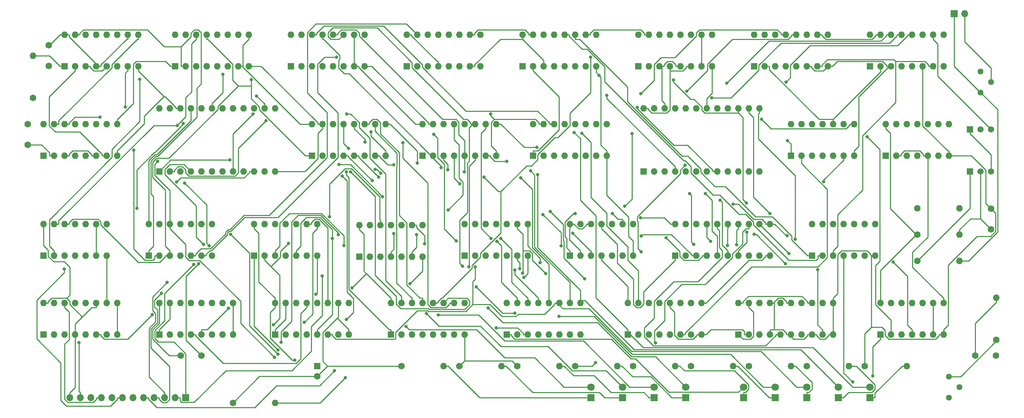
<source format=gbr>
%TF.GenerationSoftware,KiCad,Pcbnew,5.1.6-c6e7f7d~87~ubuntu16.04.1*%
%TF.CreationDate,2021-01-23T13:17:05-05:00*%
%TF.ProjectId,video,76696465-6f2e-46b6-9963-61645f706362,rev?*%
%TF.SameCoordinates,Original*%
%TF.FileFunction,Copper,L2,Bot*%
%TF.FilePolarity,Positive*%
%FSLAX46Y46*%
G04 Gerber Fmt 4.6, Leading zero omitted, Abs format (unit mm)*
G04 Created by KiCad (PCBNEW 5.1.6-c6e7f7d~87~ubuntu16.04.1) date 2021-01-23 13:17:05*
%MOMM*%
%LPD*%
G01*
G04 APERTURE LIST*
%TA.AperFunction,ComponentPad*%
%ADD10C,1.600000*%
%TD*%
%TA.AperFunction,ComponentPad*%
%ADD11O,1.600000X1.600000*%
%TD*%
%TA.AperFunction,ComponentPad*%
%ADD12R,1.600000X1.600000*%
%TD*%
%TA.AperFunction,ComponentPad*%
%ADD13O,1.700000X1.700000*%
%TD*%
%TA.AperFunction,ComponentPad*%
%ADD14R,1.700000X1.700000*%
%TD*%
%TA.AperFunction,ComponentPad*%
%ADD15C,1.800000*%
%TD*%
%TA.AperFunction,ComponentPad*%
%ADD16R,1.800000X1.800000*%
%TD*%
%TA.AperFunction,ComponentPad*%
%ADD17C,1.440000*%
%TD*%
%TA.AperFunction,ComponentPad*%
%ADD18R,1.500000X1.500000*%
%TD*%
%TA.AperFunction,ComponentPad*%
%ADD19C,1.500000*%
%TD*%
%TA.AperFunction,ViaPad*%
%ADD20C,0.800000*%
%TD*%
%TA.AperFunction,Conductor*%
%ADD21C,0.250000*%
%TD*%
G04 APERTURE END LIST*
D10*
%TO.P,C6,2*%
%TO.N,GND*%
X1270000Y-34210000D03*
%TO.P,C6,1*%
%TO.N,+5V*%
X1270000Y-29210000D03*
%TD*%
%TO.P,C5,2*%
%TO.N,GND*%
X6350000Y-15160000D03*
%TO.P,C5,1*%
%TO.N,+5V*%
X6350000Y-10160000D03*
%TD*%
D11*
%TO.P,U31,14*%
%TO.N,+5V*%
X208280000Y-29210000D03*
%TO.P,U31,7*%
%TO.N,GND*%
X223520000Y-36830000D03*
%TO.P,U31,13*%
%TO.N,N/C*%
X210820000Y-29210000D03*
%TO.P,U31,6*%
%TO.N,~BS*%
X220980000Y-36830000D03*
%TO.P,U31,12*%
%TO.N,N/C*%
X213360000Y-29210000D03*
%TO.P,U31,5*%
%TO.N,Net-(U30-Pad8)*%
X218440000Y-36830000D03*
%TO.P,U31,11*%
%TO.N,N/C*%
X215900000Y-29210000D03*
%TO.P,U31,4*%
%TO.N,Net-(U28-Pad8)*%
X215900000Y-36830000D03*
%TO.P,U31,10*%
%TO.N,N/C*%
X218440000Y-29210000D03*
%TO.P,U31,3*%
%TO.N,Net-(C3-Pad1)*%
X213360000Y-36830000D03*
%TO.P,U31,9*%
%TO.N,N/C*%
X220980000Y-29210000D03*
%TO.P,U31,2*%
%TO.N,Net-(U30-Pad8)*%
X210820000Y-36830000D03*
%TO.P,U31,8*%
%TO.N,N/C*%
X223520000Y-29210000D03*
D12*
%TO.P,U31,1*%
%TO.N,Net-(U28-Pad6)*%
X208280000Y-36830000D03*
%TD*%
D11*
%TO.P,U30,14*%
%TO.N,+5V*%
X207010000Y-72390000D03*
%TO.P,U30,7*%
%TO.N,GND*%
X222250000Y-80010000D03*
%TO.P,U30,13*%
%TO.N,CR*%
X209550000Y-72390000D03*
%TO.P,U30,6*%
%TO.N,Net-(U30-Pad6)*%
X219710000Y-80010000D03*
%TO.P,U30,12*%
%TO.N,CR*%
X212090000Y-72390000D03*
%TO.P,U30,5*%
%TO.N,Net-(U13-Pad6)*%
X217170000Y-80010000D03*
%TO.P,U30,11*%
%TO.N,Net-(U19-Pad11)*%
X214630000Y-72390000D03*
%TO.P,U30,4*%
%TO.N,Net-(U13-Pad6)*%
X214630000Y-80010000D03*
%TO.P,U30,10*%
%TO.N,charinStrobe*%
X217170000Y-72390000D03*
%TO.P,U30,3*%
%TO.N,Net-(U26-Pad4)*%
X212090000Y-80010000D03*
%TO.P,U30,9*%
%TO.N,Net-(U30-Pad6)*%
X219710000Y-72390000D03*
%TO.P,U30,2*%
%TO.N,CLS*%
X209550000Y-80010000D03*
%TO.P,U30,8*%
%TO.N,Net-(U30-Pad8)*%
X222250000Y-72390000D03*
D12*
%TO.P,U30,1*%
%TO.N,CLS*%
X207010000Y-80010000D03*
%TD*%
D11*
%TO.P,R16,2*%
%TO.N,reset*%
X2540000Y-12700000D03*
D10*
%TO.P,R16,1*%
%TO.N,+5V*%
X2540000Y-22860000D03*
%TD*%
D11*
%TO.P,R15,2*%
%TO.N,CLS*%
X60960000Y-96520000D03*
D10*
%TO.P,R15,1*%
%TO.N,GND*%
X50800000Y-96520000D03*
%TD*%
%TO.P,C4,2*%
%TO.N,GND*%
X71120000Y-90130000D03*
D12*
%TO.P,C4,1*%
%TO.N,+5V*%
X71120000Y-87630000D03*
%TD*%
D10*
%TO.P,C3,2*%
%TO.N,+5V*%
X38180000Y-85090000D03*
%TO.P,C3,1*%
%TO.N,Net-(C3-Pad1)*%
X43180000Y-85090000D03*
%TD*%
D12*
%TO.P,U14,1*%
%TO.N,Net-(U14-Pad1)*%
X149860000Y-40640000D03*
D11*
%TO.P,U14,13*%
%TO.N,char3*%
X177800000Y-25400000D03*
%TO.P,U14,2*%
%TO.N,Net-(U14-Pad2)*%
X152400000Y-40640000D03*
%TO.P,U14,14*%
%TO.N,char4*%
X175260000Y-25400000D03*
%TO.P,U14,3*%
%TO.N,Net-(U14-Pad3)*%
X154940000Y-40640000D03*
%TO.P,U14,15*%
%TO.N,char5*%
X172720000Y-25400000D03*
%TO.P,U14,4*%
%TO.N,Net-(U14-Pad4)*%
X157480000Y-40640000D03*
%TO.P,U14,16*%
%TO.N,Net-(U14-Pad16)*%
X170180000Y-25400000D03*
%TO.P,U14,5*%
%TO.N,Net-(U14-Pad5)*%
X160020000Y-40640000D03*
%TO.P,U14,17*%
%TO.N,Net-(U14-Pad17)*%
X167640000Y-25400000D03*
%TO.P,U14,6*%
%TO.N,Net-(U14-Pad6)*%
X162560000Y-40640000D03*
%TO.P,U14,18*%
%TO.N,GND*%
X165100000Y-25400000D03*
%TO.P,U14,7*%
%TO.N,Net-(U14-Pad7)*%
X165100000Y-40640000D03*
%TO.P,U14,19*%
%TO.N,GND*%
X162560000Y-25400000D03*
%TO.P,U14,8*%
%TO.N,Net-(U14-Pad8)*%
X167640000Y-40640000D03*
%TO.P,U14,20*%
%TO.N,Net-(U14-Pad20)*%
X160020000Y-25400000D03*
%TO.P,U14,9*%
%TO.N,char0*%
X170180000Y-40640000D03*
%TO.P,U14,21*%
%TO.N,~vramWrite*%
X157480000Y-25400000D03*
%TO.P,U14,10*%
%TO.N,char1*%
X172720000Y-40640000D03*
%TO.P,U14,22*%
%TO.N,GND*%
X154940000Y-25400000D03*
%TO.P,U14,11*%
%TO.N,char2*%
X175260000Y-40640000D03*
%TO.P,U14,23*%
%TO.N,Net-(U14-Pad23)*%
X152400000Y-25400000D03*
%TO.P,U14,12*%
%TO.N,GND*%
X177800000Y-40640000D03*
%TO.P,U14,24*%
%TO.N,+5V*%
X149860000Y-25400000D03*
%TD*%
%TO.P,U10,24*%
%TO.N,+5V*%
X33020000Y-25400000D03*
%TO.P,U10,12*%
%TO.N,GND*%
X60960000Y-40640000D03*
%TO.P,U10,23*%
%TO.N,char5*%
X35560000Y-25400000D03*
%TO.P,U10,11*%
%TO.N,Net-(U10-Pad11)*%
X58420000Y-40640000D03*
%TO.P,U10,22*%
%TO.N,GND*%
X38100000Y-25400000D03*
%TO.P,U10,10*%
%TO.N,Net-(U10-Pad10)*%
X55880000Y-40640000D03*
%TO.P,U10,21*%
%TO.N,+5V*%
X40640000Y-25400000D03*
%TO.P,U10,9*%
%TO.N,Net-(U10-Pad9)*%
X53340000Y-40640000D03*
%TO.P,U10,20*%
%TO.N,GND*%
X43180000Y-25400000D03*
%TO.P,U10,8*%
%TO.N,charline0*%
X50800000Y-40640000D03*
%TO.P,U10,19*%
%TO.N,GND*%
X45720000Y-25400000D03*
%TO.P,U10,7*%
%TO.N,charline1*%
X48260000Y-40640000D03*
%TO.P,U10,18*%
%TO.N,GND*%
X48260000Y-25400000D03*
%TO.P,U10,6*%
%TO.N,charline2*%
X45720000Y-40640000D03*
%TO.P,U10,17*%
%TO.N,Net-(U10-Pad17)*%
X50800000Y-25400000D03*
%TO.P,U10,5*%
%TO.N,char0*%
X43180000Y-40640000D03*
%TO.P,U10,16*%
%TO.N,Net-(U10-Pad16)*%
X53340000Y-25400000D03*
%TO.P,U10,4*%
%TO.N,char1*%
X40640000Y-40640000D03*
%TO.P,U10,15*%
%TO.N,Net-(U10-Pad15)*%
X55880000Y-25400000D03*
%TO.P,U10,3*%
%TO.N,char2*%
X38100000Y-40640000D03*
%TO.P,U10,14*%
%TO.N,Net-(U10-Pad14)*%
X58420000Y-25400000D03*
%TO.P,U10,2*%
%TO.N,char3*%
X35560000Y-40640000D03*
%TO.P,U10,13*%
%TO.N,Net-(U10-Pad13)*%
X60960000Y-25400000D03*
D12*
%TO.P,U10,1*%
%TO.N,char4*%
X33020000Y-40640000D03*
%TD*%
D11*
%TO.P,U32,20*%
%TO.N,+5V*%
X172720000Y-72390000D03*
%TO.P,U32,10*%
%TO.N,GND*%
X195580000Y-80010000D03*
%TO.P,U32,19*%
%TO.N,Net-(U26-Pad4)*%
X175260000Y-72390000D03*
%TO.P,U32,9*%
%TO.N,char4*%
X193040000Y-80010000D03*
%TO.P,U32,18*%
%TO.N,char0*%
X177800000Y-72390000D03*
%TO.P,U32,8*%
%TO.N,GND*%
X190500000Y-80010000D03*
%TO.P,U32,17*%
X180340000Y-72390000D03*
%TO.P,U32,7*%
%TO.N,char5*%
X187960000Y-80010000D03*
%TO.P,U32,16*%
%TO.N,char1*%
X182880000Y-72390000D03*
%TO.P,U32,6*%
%TO.N,GND*%
X185420000Y-80010000D03*
%TO.P,U32,15*%
X185420000Y-72390000D03*
%TO.P,U32,5*%
%TO.N,char6*%
X182880000Y-80010000D03*
%TO.P,U32,14*%
%TO.N,char2*%
X187960000Y-72390000D03*
%TO.P,U32,4*%
%TO.N,GND*%
X180340000Y-80010000D03*
%TO.P,U32,13*%
%TO.N,+5V*%
X190500000Y-72390000D03*
%TO.P,U32,3*%
%TO.N,Net-(U32-Pad3)*%
X177800000Y-80010000D03*
%TO.P,U32,12*%
%TO.N,char3*%
X193040000Y-72390000D03*
%TO.P,U32,2*%
%TO.N,GND*%
X175260000Y-80010000D03*
%TO.P,U32,11*%
X195580000Y-72390000D03*
D12*
%TO.P,U32,1*%
%TO.N,Net-(U26-Pad4)*%
X172720000Y-80010000D03*
%TD*%
D11*
%TO.P,R13,2*%
%TO.N,Net-(D9-Pad1)*%
X101600000Y-87630000D03*
D10*
%TO.P,R13,1*%
%TO.N,GND*%
X91440000Y-87630000D03*
%TD*%
D11*
%TO.P,R12,2*%
%TO.N,Net-(D8-Pad1)*%
X115570000Y-87630000D03*
D10*
%TO.P,R12,1*%
%TO.N,GND*%
X105410000Y-87630000D03*
%TD*%
D11*
%TO.P,R11,2*%
%TO.N,Net-(D7-Pad1)*%
X129540000Y-87630000D03*
D10*
%TO.P,R11,1*%
%TO.N,GND*%
X119380000Y-87630000D03*
%TD*%
D11*
%TO.P,R10,2*%
%TO.N,Net-(D6-Pad1)*%
X143510000Y-87630000D03*
D10*
%TO.P,R10,1*%
%TO.N,GND*%
X133350000Y-87630000D03*
%TD*%
D11*
%TO.P,R9,2*%
%TO.N,Net-(D5-Pad1)*%
X157480000Y-87630000D03*
D10*
%TO.P,R9,1*%
%TO.N,GND*%
X147320000Y-87630000D03*
%TD*%
D11*
%TO.P,R8,2*%
%TO.N,Net-(D4-Pad1)*%
X171450000Y-87630000D03*
D10*
%TO.P,R8,1*%
%TO.N,GND*%
X161290000Y-87630000D03*
%TD*%
D11*
%TO.P,R7,2*%
%TO.N,Net-(D3-Pad1)*%
X185420000Y-87630000D03*
D10*
%TO.P,R7,1*%
%TO.N,GND*%
X175260000Y-87630000D03*
%TD*%
D11*
%TO.P,R6,2*%
%TO.N,Net-(D2-Pad1)*%
X199390000Y-87630000D03*
D10*
%TO.P,R6,1*%
%TO.N,GND*%
X189230000Y-87630000D03*
%TD*%
D11*
%TO.P,R5,2*%
%TO.N,Net-(D1-Pad1)*%
X213360000Y-87630000D03*
D10*
%TO.P,R5,1*%
%TO.N,GND*%
X203200000Y-87630000D03*
%TD*%
D13*
%TO.P,J2,12*%
%TO.N,+5V*%
X11430000Y-95250000D03*
%TO.P,J2,11*%
%TO.N,GND*%
X13970000Y-95250000D03*
%TO.P,J2,10*%
%TO.N,charinStrobe*%
X16510000Y-95250000D03*
%TO.P,J2,9*%
%TO.N,CLS*%
X19050000Y-95250000D03*
%TO.P,J2,8*%
%TO.N,reset*%
X21590000Y-95250000D03*
%TO.P,J2,7*%
%TO.N,charin6*%
X24130000Y-95250000D03*
%TO.P,J2,6*%
%TO.N,charin5*%
X26670000Y-95250000D03*
%TO.P,J2,5*%
%TO.N,charin4*%
X29210000Y-95250000D03*
%TO.P,J2,4*%
%TO.N,charin3*%
X31750000Y-95250000D03*
%TO.P,J2,3*%
%TO.N,charin2*%
X34290000Y-95250000D03*
%TO.P,J2,2*%
%TO.N,charin1*%
X36830000Y-95250000D03*
D14*
%TO.P,J2,1*%
%TO.N,charin0*%
X39370000Y-95250000D03*
%TD*%
D15*
%TO.P,D9,2*%
%TO.N,cursorY3*%
X137160000Y-92710000D03*
D16*
%TO.P,D9,1*%
%TO.N,Net-(D9-Pad1)*%
X137160000Y-95250000D03*
%TD*%
D15*
%TO.P,D8,2*%
%TO.N,cursorY2*%
X144780000Y-92710000D03*
D16*
%TO.P,D8,1*%
%TO.N,Net-(D8-Pad1)*%
X144780000Y-95250000D03*
%TD*%
D15*
%TO.P,D7,2*%
%TO.N,cursorY1*%
X152400000Y-92710000D03*
D16*
%TO.P,D7,1*%
%TO.N,Net-(D7-Pad1)*%
X152400000Y-95250000D03*
%TD*%
D15*
%TO.P,D6,2*%
%TO.N,cursorY0*%
X160020000Y-92710000D03*
D16*
%TO.P,D6,1*%
%TO.N,Net-(D6-Pad1)*%
X160020000Y-95250000D03*
%TD*%
D15*
%TO.P,D5,2*%
%TO.N,cursorX4*%
X173990000Y-92710000D03*
D16*
%TO.P,D5,1*%
%TO.N,Net-(D5-Pad1)*%
X173990000Y-95250000D03*
%TD*%
D15*
%TO.P,D4,2*%
%TO.N,cursorX3*%
X181610000Y-92710000D03*
D16*
%TO.P,D4,1*%
%TO.N,Net-(D4-Pad1)*%
X181610000Y-95250000D03*
%TD*%
D15*
%TO.P,D3,2*%
%TO.N,cursorX2*%
X189230000Y-92710000D03*
D16*
%TO.P,D3,1*%
%TO.N,Net-(D3-Pad1)*%
X189230000Y-95250000D03*
%TD*%
D15*
%TO.P,D2,2*%
%TO.N,cursorX1*%
X196850000Y-92710000D03*
D16*
%TO.P,D2,1*%
%TO.N,Net-(D2-Pad1)*%
X196850000Y-95250000D03*
%TD*%
D15*
%TO.P,D1,2*%
%TO.N,cursorX0*%
X204470000Y-92710000D03*
D16*
%TO.P,D1,1*%
%TO.N,Net-(D1-Pad1)*%
X204470000Y-95250000D03*
%TD*%
D11*
%TO.P,U29,14*%
%TO.N,+5V*%
X132080000Y-53340000D03*
%TO.P,U29,7*%
%TO.N,GND*%
X147320000Y-60960000D03*
%TO.P,U29,13*%
%TO.N,Net-(U25-Pad6)*%
X134620000Y-53340000D03*
%TO.P,U29,6*%
%TO.N,Net-(U25-Pad4)*%
X144780000Y-60960000D03*
%TO.P,U29,12*%
%TO.N,+5V*%
X137160000Y-53340000D03*
%TO.P,U29,5*%
%TO.N,Net-(U29-Pad5)*%
X142240000Y-60960000D03*
%TO.P,U29,11*%
%TO.N,HACTIVE*%
X139700000Y-53340000D03*
%TO.P,U29,4*%
%TO.N,+5V*%
X139700000Y-60960000D03*
%TO.P,U29,10*%
X142240000Y-53340000D03*
%TO.P,U29,3*%
%TO.N,Net-(U26-Pad3)*%
X137160000Y-60960000D03*
%TO.P,U29,9*%
%TO.N,cursor_inc*%
X144780000Y-53340000D03*
%TO.P,U29,2*%
%TO.N,+5V*%
X134620000Y-60960000D03*
%TO.P,U29,8*%
%TO.N,Net-(U29-Pad8)*%
X147320000Y-53340000D03*
D12*
%TO.P,U29,1*%
%TO.N,cursor_inc*%
X132080000Y-60960000D03*
%TD*%
D11*
%TO.P,U28,14*%
%TO.N,+5V*%
X106680000Y-53340000D03*
%TO.P,U28,7*%
%TO.N,GND*%
X121920000Y-60960000D03*
%TO.P,U28,13*%
%TO.N,Net-(U27-Pad8)*%
X109220000Y-53340000D03*
%TO.P,U28,6*%
%TO.N,Net-(U28-Pad6)*%
X119380000Y-60960000D03*
%TO.P,U28,12*%
%TO.N,Net-(U27-Pad6)*%
X111760000Y-53340000D03*
%TO.P,U28,5*%
%TO.N,charin0*%
X116840000Y-60960000D03*
%TO.P,U28,11*%
%TO.N,N/C*%
X114300000Y-53340000D03*
%TO.P,U28,4*%
%TO.N,Net-(U27-Pad2)*%
X114300000Y-60960000D03*
%TO.P,U28,10*%
%TO.N,Net-(U27-Pad4)*%
X116840000Y-53340000D03*
%TO.P,U28,3*%
%TO.N,N/C*%
X111760000Y-60960000D03*
%TO.P,U28,9*%
%TO.N,charin3*%
X119380000Y-53340000D03*
%TO.P,U28,2*%
%TO.N,charin2*%
X109220000Y-60960000D03*
%TO.P,U28,8*%
%TO.N,Net-(U28-Pad8)*%
X121920000Y-53340000D03*
D12*
%TO.P,U28,1*%
%TO.N,charin3*%
X106680000Y-60960000D03*
%TD*%
D11*
%TO.P,U27,14*%
%TO.N,+5V*%
X81280000Y-53600000D03*
%TO.P,U27,7*%
%TO.N,GND*%
X96520000Y-61220000D03*
%TO.P,U27,13*%
%TO.N,cursorX4*%
X83820000Y-53600000D03*
%TO.P,U27,6*%
%TO.N,Net-(U27-Pad6)*%
X93980000Y-61220000D03*
%TO.P,U27,12*%
%TO.N,Net-(U26-Pad10)*%
X86360000Y-53600000D03*
%TO.P,U27,5*%
%TO.N,charin1*%
X91440000Y-61220000D03*
%TO.P,U27,11*%
%TO.N,Net-(C3-Pad1)*%
X88900000Y-53600000D03*
%TO.P,U27,4*%
%TO.N,Net-(U27-Pad4)*%
X88900000Y-61220000D03*
%TO.P,U27,10*%
%TO.N,CR*%
X91440000Y-53600000D03*
%TO.P,U27,3*%
%TO.N,charin2*%
X86360000Y-61220000D03*
%TO.P,U27,9*%
%TO.N,charin0*%
X93980000Y-53600000D03*
%TO.P,U27,2*%
%TO.N,Net-(U27-Pad2)*%
X83820000Y-61220000D03*
%TO.P,U27,8*%
%TO.N,Net-(U27-Pad8)*%
X96520000Y-53600000D03*
D12*
%TO.P,U27,1*%
%TO.N,charin1*%
X81280000Y-61220000D03*
%TD*%
D11*
%TO.P,U26,14*%
%TO.N,+5V*%
X55880000Y-53340000D03*
%TO.P,U26,7*%
%TO.N,GND*%
X71120000Y-60960000D03*
%TO.P,U26,13*%
%TO.N,N/C*%
X58420000Y-53340000D03*
%TO.P,U26,6*%
%TO.N,~vramWrite*%
X68580000Y-60960000D03*
%TO.P,U26,12*%
%TO.N,N/C*%
X60960000Y-53340000D03*
%TO.P,U26,5*%
%TO.N,cursor_inc*%
X66040000Y-60960000D03*
%TO.P,U26,11*%
%TO.N,N/C*%
X63500000Y-53340000D03*
%TO.P,U26,4*%
%TO.N,Net-(U26-Pad4)*%
X63500000Y-60960000D03*
%TO.P,U26,10*%
%TO.N,Net-(U26-Pad10)*%
X66040000Y-53340000D03*
%TO.P,U26,3*%
%TO.N,Net-(U26-Pad3)*%
X60960000Y-60960000D03*
%TO.P,U26,9*%
%TO.N,Net-(U19-Pad11)*%
X68580000Y-53340000D03*
%TO.P,U26,2*%
%TO.N,charinStrobe*%
X58420000Y-60960000D03*
%TO.P,U26,8*%
%TO.N,Net-(U18-Pad5)*%
X71120000Y-53340000D03*
D12*
%TO.P,U26,1*%
%TO.N,Net-(U13-Pad6)*%
X55880000Y-60960000D03*
%TD*%
D11*
%TO.P,U25,14*%
%TO.N,+5V*%
X185420000Y-29210000D03*
%TO.P,U25,7*%
%TO.N,GND*%
X200660000Y-36830000D03*
%TO.P,U25,13*%
%TO.N,N/C*%
X187960000Y-29210000D03*
%TO.P,U25,6*%
%TO.N,Net-(U25-Pad6)*%
X198120000Y-36830000D03*
%TO.P,U25,12*%
%TO.N,N/C*%
X190500000Y-29210000D03*
%TO.P,U25,5*%
%TO.N,HACTIVE*%
X195580000Y-36830000D03*
%TO.P,U25,11*%
%TO.N,N/C*%
X193040000Y-29210000D03*
%TO.P,U25,4*%
%TO.N,Net-(U25-Pad4)*%
X193040000Y-36830000D03*
%TO.P,U25,10*%
%TO.N,~HACTIVE*%
X195580000Y-29210000D03*
%TO.P,U25,3*%
%TO.N,Net-(U11-Pad4)*%
X190500000Y-36830000D03*
%TO.P,U25,9*%
%TO.N,CLS*%
X198120000Y-29210000D03*
%TO.P,U25,2*%
%TO.N,videoAtCursor*%
X187960000Y-36830000D03*
%TO.P,U25,8*%
%TO.N,Net-(U14-Pad20)*%
X200660000Y-29210000D03*
D12*
%TO.P,U25,1*%
%TO.N,Net-(U25-Pad1)*%
X185420000Y-36830000D03*
%TD*%
D11*
%TO.P,U24,20*%
%TO.N,+5V*%
X157480000Y-53340000D03*
%TO.P,U24,10*%
%TO.N,GND*%
X180340000Y-60960000D03*
%TO.P,U24,19*%
%TO.N,Net-(U24-Pad19)*%
X160020000Y-53340000D03*
%TO.P,U24,9*%
%TO.N,char3*%
X177800000Y-60960000D03*
%TO.P,U24,18*%
%TO.N,Net-(U24-Pad18)*%
X162560000Y-53340000D03*
%TO.P,U24,8*%
%TO.N,charin3*%
X175260000Y-60960000D03*
%TO.P,U24,17*%
%TO.N,charin6*%
X165100000Y-53340000D03*
%TO.P,U24,7*%
%TO.N,charin2*%
X172720000Y-60960000D03*
%TO.P,U24,16*%
%TO.N,char6*%
X167640000Y-53340000D03*
%TO.P,U24,6*%
%TO.N,char2*%
X170180000Y-60960000D03*
%TO.P,U24,15*%
%TO.N,char5*%
X170180000Y-53340000D03*
%TO.P,U24,5*%
%TO.N,char1*%
X167640000Y-60960000D03*
%TO.P,U24,14*%
%TO.N,charin5*%
X172720000Y-53340000D03*
%TO.P,U24,4*%
%TO.N,charin1*%
X165100000Y-60960000D03*
%TO.P,U24,13*%
%TO.N,charin4*%
X175260000Y-53340000D03*
%TO.P,U24,3*%
%TO.N,charin0*%
X162560000Y-60960000D03*
%TO.P,U24,12*%
%TO.N,char4*%
X177800000Y-53340000D03*
%TO.P,U24,2*%
%TO.N,char0*%
X160020000Y-60960000D03*
%TO.P,U24,11*%
%TO.N,charinStrobe*%
X180340000Y-53340000D03*
D12*
%TO.P,U24,1*%
%TO.N,HACTIVE*%
X157480000Y-60960000D03*
%TD*%
D11*
%TO.P,U23,16*%
%TO.N,+5V*%
X146050000Y-72390000D03*
%TO.P,U23,8*%
%TO.N,GND*%
X163830000Y-80010000D03*
%TO.P,U23,15*%
%TO.N,H0*%
X148590000Y-72390000D03*
%TO.P,U23,7*%
%TO.N,Net-(U23-Pad7)*%
X161290000Y-80010000D03*
%TO.P,U23,14*%
%TO.N,GND*%
X151130000Y-72390000D03*
%TO.P,U23,6*%
%TO.N,videoAtCursor*%
X158750000Y-80010000D03*
%TO.P,U23,13*%
%TO.N,GND*%
X153670000Y-72390000D03*
%TO.P,U23,5*%
%TO.N,Net-(U23-Pad5)*%
X156210000Y-80010000D03*
%TO.P,U23,12*%
%TO.N,GND*%
X156210000Y-72390000D03*
%TO.P,U23,4*%
%TO.N,Net-(U23-Pad4)*%
X153670000Y-80010000D03*
%TO.P,U23,11*%
%TO.N,GND*%
X158750000Y-72390000D03*
%TO.P,U23,3*%
%TO.N,Net-(U22-Pad6)*%
X151130000Y-80010000D03*
%TO.P,U23,10*%
%TO.N,GND*%
X161290000Y-72390000D03*
%TO.P,U23,2*%
%TO.N,Net-(U23-Pad2)*%
X148590000Y-80010000D03*
%TO.P,U23,9*%
%TO.N,GND*%
X163830000Y-72390000D03*
D12*
%TO.P,U23,1*%
%TO.N,cursorX0*%
X146050000Y-80010000D03*
%TD*%
D11*
%TO.P,U22,16*%
%TO.N,+5V*%
X116840000Y-72390000D03*
%TO.P,U22,8*%
%TO.N,GND*%
X134620000Y-80010000D03*
%TO.P,U22,15*%
%TO.N,H4*%
X119380000Y-72390000D03*
%TO.P,U22,7*%
%TO.N,Net-(U22-Pad7)*%
X132080000Y-80010000D03*
%TO.P,U22,14*%
%TO.N,cursorX3*%
X121920000Y-72390000D03*
%TO.P,U22,6*%
%TO.N,Net-(U22-Pad6)*%
X129540000Y-80010000D03*
%TO.P,U22,13*%
%TO.N,H3*%
X124460000Y-72390000D03*
%TO.P,U22,5*%
%TO.N,Net-(U22-Pad5)*%
X127000000Y-80010000D03*
%TO.P,U22,12*%
%TO.N,H2*%
X127000000Y-72390000D03*
%TO.P,U22,4*%
%TO.N,Net-(U22-Pad4)*%
X124460000Y-80010000D03*
%TO.P,U22,11*%
%TO.N,cursorX2*%
X129540000Y-72390000D03*
%TO.P,U22,3*%
%TO.N,Net-(U21-Pad6)*%
X121920000Y-80010000D03*
%TO.P,U22,10*%
%TO.N,H1*%
X132080000Y-72390000D03*
%TO.P,U22,2*%
%TO.N,Net-(U22-Pad2)*%
X119380000Y-80010000D03*
%TO.P,U22,9*%
%TO.N,cursorX1*%
X134620000Y-72390000D03*
D12*
%TO.P,U22,1*%
%TO.N,cursorX4*%
X116840000Y-80010000D03*
%TD*%
D11*
%TO.P,U21,16*%
%TO.N,+5V*%
X88900000Y-72390000D03*
%TO.P,U21,8*%
%TO.N,GND*%
X106680000Y-80010000D03*
%TO.P,U21,15*%
%TO.N,V3*%
X91440000Y-72390000D03*
%TO.P,U21,7*%
%TO.N,Net-(U21-Pad7)*%
X104140000Y-80010000D03*
%TO.P,U21,14*%
%TO.N,cursorY2*%
X93980000Y-72390000D03*
%TO.P,U21,6*%
%TO.N,Net-(U21-Pad6)*%
X101600000Y-80010000D03*
%TO.P,U21,13*%
%TO.N,V2*%
X96520000Y-72390000D03*
%TO.P,U21,5*%
%TO.N,Net-(U21-Pad5)*%
X99060000Y-80010000D03*
%TO.P,U21,12*%
%TO.N,V1*%
X99060000Y-72390000D03*
%TO.P,U21,4*%
%TO.N,Net-(U21-Pad4)*%
X96520000Y-80010000D03*
%TO.P,U21,11*%
%TO.N,cursorY1*%
X101600000Y-72390000D03*
%TO.P,U21,3*%
%TO.N,+5V*%
X93980000Y-80010000D03*
%TO.P,U21,10*%
%TO.N,V0*%
X104140000Y-72390000D03*
%TO.P,U21,2*%
%TO.N,Net-(U21-Pad2)*%
X91440000Y-80010000D03*
%TO.P,U21,9*%
%TO.N,cursorY0*%
X106680000Y-72390000D03*
D12*
%TO.P,U21,1*%
%TO.N,cursorY3*%
X88900000Y-80010000D03*
%TD*%
D11*
%TO.P,U20,16*%
%TO.N,+5V*%
X60960000Y-72390000D03*
%TO.P,U20,8*%
%TO.N,GND*%
X78740000Y-80010000D03*
%TO.P,U20,15*%
X63500000Y-72390000D03*
%TO.P,U20,7*%
%TO.N,cursorX3*%
X76200000Y-80010000D03*
%TO.P,U20,14*%
%TO.N,CLS*%
X66040000Y-72390000D03*
%TO.P,U20,6*%
%TO.N,cursorX2*%
X73660000Y-80010000D03*
%TO.P,U20,13*%
%TO.N,Net-(U19-Pad4)*%
X68580000Y-72390000D03*
%TO.P,U20,5*%
%TO.N,cursor_inc*%
X71120000Y-80010000D03*
%TO.P,U20,12*%
%TO.N,Net-(U19-Pad5)*%
X71120000Y-72390000D03*
%TO.P,U20,4*%
%TO.N,~BS*%
X68580000Y-80010000D03*
%TO.P,U20,11*%
%TO.N,Net-(U19-Pad11)*%
X73660000Y-72390000D03*
%TO.P,U20,3*%
%TO.N,cursorX0*%
X66040000Y-80010000D03*
%TO.P,U20,10*%
%TO.N,GND*%
X76200000Y-72390000D03*
%TO.P,U20,2*%
%TO.N,cursorX1*%
X63500000Y-80010000D03*
%TO.P,U20,9*%
%TO.N,GND*%
X78740000Y-72390000D03*
D12*
%TO.P,U20,1*%
X60960000Y-80010000D03*
%TD*%
D11*
%TO.P,U19,16*%
%TO.N,+5V*%
X33020000Y-72390000D03*
%TO.P,U19,8*%
%TO.N,GND*%
X50800000Y-80010000D03*
%TO.P,U19,15*%
X35560000Y-72390000D03*
%TO.P,U19,7*%
%TO.N,Net-(U19-Pad7)*%
X48260000Y-80010000D03*
%TO.P,U19,14*%
%TO.N,CLS*%
X38100000Y-72390000D03*
%TO.P,U19,6*%
%TO.N,Net-(U19-Pad6)*%
X45720000Y-80010000D03*
%TO.P,U19,13*%
%TO.N,Net-(U19-Pad13)*%
X40640000Y-72390000D03*
%TO.P,U19,5*%
%TO.N,Net-(U19-Pad5)*%
X43180000Y-80010000D03*
%TO.P,U19,12*%
%TO.N,Net-(U19-Pad12)*%
X43180000Y-72390000D03*
%TO.P,U19,4*%
%TO.N,Net-(U19-Pad4)*%
X40640000Y-80010000D03*
%TO.P,U19,11*%
%TO.N,Net-(U19-Pad11)*%
X45720000Y-72390000D03*
%TO.P,U19,3*%
%TO.N,cursorX4*%
X38100000Y-80010000D03*
%TO.P,U19,10*%
%TO.N,GND*%
X48260000Y-72390000D03*
%TO.P,U19,2*%
%TO.N,Net-(U19-Pad2)*%
X35560000Y-80010000D03*
%TO.P,U19,9*%
%TO.N,GND*%
X50800000Y-72390000D03*
D12*
%TO.P,U19,1*%
X33020000Y-80010000D03*
%TD*%
D11*
%TO.P,U18,16*%
%TO.N,+5V*%
X5080000Y-72390000D03*
%TO.P,U18,8*%
%TO.N,GND*%
X22860000Y-80010000D03*
%TO.P,U18,15*%
X7620000Y-72390000D03*
%TO.P,U18,7*%
%TO.N,cursorY3*%
X20320000Y-80010000D03*
%TO.P,U18,14*%
%TO.N,CLS*%
X10160000Y-72390000D03*
%TO.P,U18,6*%
%TO.N,cursorY2*%
X17780000Y-80010000D03*
%TO.P,U18,13*%
%TO.N,Net-(U18-Pad13)*%
X12700000Y-72390000D03*
%TO.P,U18,5*%
%TO.N,Net-(U18-Pad5)*%
X15240000Y-80010000D03*
%TO.P,U18,12*%
%TO.N,Net-(U18-Pad12)*%
X15240000Y-72390000D03*
%TO.P,U18,4*%
%TO.N,+5V*%
X12700000Y-80010000D03*
%TO.P,U18,11*%
X17780000Y-72390000D03*
%TO.P,U18,3*%
%TO.N,cursorY0*%
X10160000Y-80010000D03*
%TO.P,U18,10*%
%TO.N,GND*%
X20320000Y-72390000D03*
%TO.P,U18,2*%
%TO.N,cursorY1*%
X7620000Y-80010000D03*
%TO.P,U18,9*%
%TO.N,GND*%
X22860000Y-72390000D03*
D12*
%TO.P,U18,1*%
X5080000Y-80010000D03*
%TD*%
D11*
%TO.P,U17,16*%
%TO.N,+5V*%
X123190000Y-29210000D03*
%TO.P,U17,8*%
%TO.N,GND*%
X140970000Y-36830000D03*
%TO.P,U17,15*%
X125730000Y-29210000D03*
%TO.P,U17,7*%
%TO.N,Net-(U17-Pad7)*%
X138430000Y-36830000D03*
%TO.P,U17,14*%
%TO.N,H0*%
X128270000Y-29210000D03*
%TO.P,U17,6*%
%TO.N,Net-(U17-Pad6)*%
X135890000Y-36830000D03*
%TO.P,U17,13*%
%TO.N,cursorX0*%
X130810000Y-29210000D03*
%TO.P,U17,5*%
%TO.N,Net-(U17-Pad5)*%
X133350000Y-36830000D03*
%TO.P,U17,12*%
%TO.N,Net-(U14-Pad8)*%
X133350000Y-29210000D03*
%TO.P,U17,4*%
%TO.N,Net-(U17-Pad4)*%
X130810000Y-36830000D03*
%TO.P,U17,11*%
%TO.N,Net-(U17-Pad11)*%
X135890000Y-29210000D03*
%TO.P,U17,3*%
%TO.N,Net-(U17-Pad3)*%
X128270000Y-36830000D03*
%TO.P,U17,10*%
%TO.N,Net-(U17-Pad10)*%
X138430000Y-29210000D03*
%TO.P,U17,2*%
%TO.N,Net-(U17-Pad2)*%
X125730000Y-36830000D03*
%TO.P,U17,9*%
%TO.N,Net-(U17-Pad9)*%
X140970000Y-29210000D03*
D12*
%TO.P,U17,1*%
%TO.N,~HACTIVE*%
X123190000Y-36830000D03*
%TD*%
D11*
%TO.P,U16,16*%
%TO.N,+5V*%
X96520000Y-29210000D03*
%TO.P,U16,8*%
%TO.N,GND*%
X114300000Y-36830000D03*
%TO.P,U16,15*%
X99060000Y-29210000D03*
%TO.P,U16,7*%
%TO.N,Net-(U14-Pad6)*%
X111760000Y-36830000D03*
%TO.P,U16,14*%
%TO.N,H4*%
X101600000Y-29210000D03*
%TO.P,U16,6*%
%TO.N,cursorX2*%
X109220000Y-36830000D03*
%TO.P,U16,13*%
%TO.N,cursorX4*%
X104140000Y-29210000D03*
%TO.P,U16,5*%
%TO.N,H2*%
X106680000Y-36830000D03*
%TO.P,U16,12*%
%TO.N,Net-(U14-Pad4)*%
X106680000Y-29210000D03*
%TO.P,U16,4*%
%TO.N,Net-(U14-Pad7)*%
X104140000Y-36830000D03*
%TO.P,U16,11*%
%TO.N,H3*%
X109220000Y-29210000D03*
%TO.P,U16,3*%
%TO.N,cursorX1*%
X101600000Y-36830000D03*
%TO.P,U16,10*%
%TO.N,cursorX3*%
X111760000Y-29210000D03*
%TO.P,U16,2*%
%TO.N,H1*%
X99060000Y-36830000D03*
%TO.P,U16,9*%
%TO.N,Net-(U14-Pad5)*%
X114300000Y-29210000D03*
D12*
%TO.P,U16,1*%
%TO.N,~HACTIVE*%
X96520000Y-36830000D03*
%TD*%
D11*
%TO.P,U15,16*%
%TO.N,+5V*%
X69850000Y-29210000D03*
%TO.P,U15,8*%
%TO.N,GND*%
X87630000Y-36830000D03*
%TO.P,U15,15*%
X72390000Y-29210000D03*
%TO.P,U15,7*%
%TO.N,Net-(U14-Pad2)*%
X85090000Y-36830000D03*
%TO.P,U15,14*%
%TO.N,V3*%
X74930000Y-29210000D03*
%TO.P,U15,6*%
%TO.N,cursorY1*%
X82550000Y-36830000D03*
%TO.P,U15,13*%
%TO.N,cursorY3*%
X77470000Y-29210000D03*
%TO.P,U15,5*%
%TO.N,V1*%
X80010000Y-36830000D03*
%TO.P,U15,12*%
%TO.N,Net-(U14-Pad23)*%
X80010000Y-29210000D03*
%TO.P,U15,4*%
%TO.N,Net-(U14-Pad3)*%
X77470000Y-36830000D03*
%TO.P,U15,11*%
%TO.N,V2*%
X82550000Y-29210000D03*
%TO.P,U15,3*%
%TO.N,cursorY0*%
X74930000Y-36830000D03*
%TO.P,U15,10*%
%TO.N,cursorY2*%
X85090000Y-29210000D03*
%TO.P,U15,2*%
%TO.N,V0*%
X72390000Y-36830000D03*
%TO.P,U15,9*%
%TO.N,Net-(U14-Pad1)*%
X87630000Y-29210000D03*
D12*
%TO.P,U15,1*%
%TO.N,~HACTIVE*%
X69850000Y-36830000D03*
%TD*%
D11*
%TO.P,U13,14*%
%TO.N,+5V*%
X190500000Y-53340000D03*
%TO.P,U13,7*%
%TO.N,GND*%
X205740000Y-60960000D03*
%TO.P,U13,13*%
%TO.N,N/C*%
X193040000Y-53340000D03*
%TO.P,U13,6*%
%TO.N,Net-(U13-Pad6)*%
X203200000Y-60960000D03*
%TO.P,U13,12*%
%TO.N,N/C*%
X195580000Y-53340000D03*
%TO.P,U13,5*%
%TO.N,charin6*%
X200660000Y-60960000D03*
%TO.P,U13,11*%
%TO.N,N/C*%
X198120000Y-53340000D03*
%TO.P,U13,4*%
%TO.N,charin5*%
X198120000Y-60960000D03*
%TO.P,U13,10*%
%TO.N,N/C*%
X200660000Y-53340000D03*
%TO.P,U13,3*%
%TO.N,VACTIVE*%
X195580000Y-60960000D03*
%TO.P,U13,9*%
%TO.N,N/C*%
X203200000Y-53340000D03*
%TO.P,U13,2*%
%TO.N,Net-(U13-Pad2)*%
X193040000Y-60960000D03*
%TO.P,U13,8*%
%TO.N,N/C*%
X205740000Y-53340000D03*
D12*
%TO.P,U13,1*%
%TO.N,Net-(U13-Pad1)*%
X190500000Y-60960000D03*
%TD*%
D11*
%TO.P,U12,14*%
%TO.N,+5V*%
X30480000Y-53340000D03*
%TO.P,U12,7*%
%TO.N,GND*%
X45720000Y-60960000D03*
%TO.P,U12,13*%
%TO.N,Net-(C2-Pad1)*%
X33020000Y-53340000D03*
%TO.P,U12,6*%
%TO.N,Net-(U12-Pad6)*%
X43180000Y-60960000D03*
%TO.P,U12,12*%
%TO.N,dotclk*%
X35560000Y-53340000D03*
%TO.P,U12,5*%
%TO.N,Net-(U12-Pad5)*%
X40640000Y-60960000D03*
%TO.P,U12,11*%
%TO.N,N/C*%
X38100000Y-53340000D03*
%TO.P,U12,4*%
%TO.N,HACTIVE*%
X38100000Y-60960000D03*
%TO.P,U12,10*%
%TO.N,N/C*%
X40640000Y-53340000D03*
%TO.P,U12,3*%
%TO.N,~HACTIVE*%
X35560000Y-60960000D03*
%TO.P,U12,9*%
%TO.N,Net-(U11-Pad11)*%
X43180000Y-53340000D03*
%TO.P,U12,2*%
%TO.N,Net-(U1-Pad9)*%
X33020000Y-60960000D03*
%TO.P,U12,8*%
%TO.N,HBLANK*%
X45720000Y-53340000D03*
D12*
%TO.P,U12,1*%
%TO.N,Net-(U1-Pad15)*%
X30480000Y-60960000D03*
%TD*%
D11*
%TO.P,U11,14*%
%TO.N,+5V*%
X5080000Y-53340000D03*
%TO.P,U11,7*%
%TO.N,GND*%
X20320000Y-60960000D03*
%TO.P,U11,13*%
%TO.N,H4*%
X7620000Y-53340000D03*
%TO.P,U11,6*%
%TO.N,Net-(U11-Pad6)*%
X17780000Y-60960000D03*
%TO.P,U11,12*%
%TO.N,~HACTIVE*%
X10160000Y-53340000D03*
%TO.P,U11,5*%
%TO.N,HACTIVE*%
X15240000Y-60960000D03*
%TO.P,U11,11*%
%TO.N,Net-(U11-Pad11)*%
X12700000Y-53340000D03*
%TO.P,U11,4*%
%TO.N,Net-(U11-Pad4)*%
X12700000Y-60960000D03*
%TO.P,U11,10*%
%TO.N,VACTIVE*%
X15240000Y-53340000D03*
%TO.P,U11,3*%
%TO.N,Net-(Q1-Pad2)*%
X10160000Y-60960000D03*
%TO.P,U11,9*%
%TO.N,Net-(U11-Pad6)*%
X17780000Y-53340000D03*
%TO.P,U11,2*%
%TO.N,VBLANK*%
X7620000Y-60960000D03*
%TO.P,U11,8*%
%TO.N,video_shift*%
X20320000Y-53340000D03*
D12*
%TO.P,U11,1*%
%TO.N,HBLANK*%
X5080000Y-60960000D03*
%TD*%
D11*
%TO.P,U9,16*%
%TO.N,+5V*%
X5080000Y-29210000D03*
%TO.P,U9,8*%
%TO.N,GND*%
X22860000Y-36830000D03*
%TO.P,U9,15*%
%TO.N,Net-(U1-Pad9)*%
X7620000Y-29210000D03*
%TO.P,U9,7*%
%TO.N,dotclk*%
X20320000Y-36830000D03*
%TO.P,U9,14*%
%TO.N,Net-(U10-Pad15)*%
X10160000Y-29210000D03*
%TO.P,U9,6*%
%TO.N,GND*%
X17780000Y-36830000D03*
%TO.P,U9,13*%
%TO.N,Net-(U25-Pad1)*%
X12700000Y-29210000D03*
%TO.P,U9,5*%
%TO.N,Net-(U10-Pad10)*%
X15240000Y-36830000D03*
%TO.P,U9,12*%
%TO.N,Net-(U10-Pad14)*%
X15240000Y-29210000D03*
%TO.P,U9,4*%
%TO.N,Net-(U10-Pad9)*%
X12700000Y-36830000D03*
%TO.P,U9,11*%
%TO.N,Net-(U10-Pad13)*%
X17780000Y-29210000D03*
%TO.P,U9,3*%
%TO.N,GND*%
X10160000Y-36830000D03*
%TO.P,U9,10*%
%TO.N,Net-(U10-Pad11)*%
X20320000Y-29210000D03*
%TO.P,U9,2*%
%TO.N,GND*%
X7620000Y-36830000D03*
%TO.P,U9,9*%
%TO.N,reset*%
X22860000Y-29210000D03*
D12*
%TO.P,U9,1*%
%TO.N,Net-(U25-Pad1)*%
X5080000Y-36830000D03*
%TD*%
D11*
%TO.P,U8,16*%
%TO.N,+5V*%
X204470000Y-7620000D03*
%TO.P,U8,8*%
%TO.N,GND*%
X222250000Y-15240000D03*
%TO.P,U8,15*%
%TO.N,Net-(U7-Pad10)*%
X207010000Y-7620000D03*
%TO.P,U8,7*%
%TO.N,VACTIVE*%
X219710000Y-15240000D03*
%TO.P,U8,14*%
%TO.N,charline0*%
X209550000Y-7620000D03*
%TO.P,U8,6*%
%TO.N,GND*%
X217170000Y-15240000D03*
%TO.P,U8,13*%
%TO.N,charline1*%
X212090000Y-7620000D03*
%TO.P,U8,5*%
%TO.N,GND*%
X214630000Y-15240000D03*
%TO.P,U8,12*%
%TO.N,charline2*%
X214630000Y-7620000D03*
%TO.P,U8,4*%
%TO.N,GND*%
X212090000Y-15240000D03*
%TO.P,U8,11*%
%TO.N,V0*%
X217170000Y-7620000D03*
%TO.P,U8,3*%
%TO.N,GND*%
X209550000Y-15240000D03*
%TO.P,U8,10*%
%TO.N,+5V*%
X219710000Y-7620000D03*
%TO.P,U8,2*%
%TO.N,~HACTIVE*%
X207010000Y-15240000D03*
%TO.P,U8,9*%
%TO.N,Net-(U12-Pad6)*%
X222250000Y-7620000D03*
D12*
%TO.P,U8,1*%
%TO.N,reset*%
X204470000Y-15240000D03*
%TD*%
D11*
%TO.P,U7,16*%
%TO.N,+5V*%
X176530000Y-7620000D03*
%TO.P,U7,8*%
%TO.N,GND*%
X194310000Y-15240000D03*
%TO.P,U7,15*%
%TO.N,Net-(U7-Pad15)*%
X179070000Y-7620000D03*
%TO.P,U7,7*%
%TO.N,VACTIVE*%
X191770000Y-15240000D03*
%TO.P,U7,14*%
%TO.N,V1*%
X181610000Y-7620000D03*
%TO.P,U7,6*%
%TO.N,GND*%
X189230000Y-15240000D03*
%TO.P,U7,13*%
%TO.N,V2*%
X184150000Y-7620000D03*
%TO.P,U7,5*%
%TO.N,GND*%
X186690000Y-15240000D03*
%TO.P,U7,12*%
%TO.N,V3*%
X186690000Y-7620000D03*
%TO.P,U7,4*%
%TO.N,GND*%
X184150000Y-15240000D03*
%TO.P,U7,11*%
%TO.N,Net-(U7-Pad11)*%
X189230000Y-7620000D03*
%TO.P,U7,3*%
%TO.N,GND*%
X181610000Y-15240000D03*
%TO.P,U7,10*%
%TO.N,Net-(U7-Pad10)*%
X191770000Y-7620000D03*
%TO.P,U7,2*%
%TO.N,~HACTIVE*%
X179070000Y-15240000D03*
%TO.P,U7,9*%
%TO.N,Net-(U12-Pad6)*%
X194310000Y-7620000D03*
D12*
%TO.P,U7,1*%
%TO.N,reset*%
X176530000Y-15240000D03*
%TD*%
D11*
%TO.P,U6,16*%
%TO.N,+5V*%
X148590000Y-7620000D03*
%TO.P,U6,8*%
%TO.N,GND*%
X166370000Y-15240000D03*
%TO.P,U6,15*%
%TO.N,Net-(U5-Pad10)*%
X151130000Y-7620000D03*
%TO.P,U6,7*%
%TO.N,+5V*%
X163830000Y-15240000D03*
%TO.P,U6,14*%
%TO.N,Net-(U6-Pad14)*%
X153670000Y-7620000D03*
%TO.P,U6,6*%
%TO.N,+5V*%
X161290000Y-15240000D03*
%TO.P,U6,13*%
%TO.N,Net-(U6-Pad13)*%
X156210000Y-7620000D03*
%TO.P,U6,5*%
%TO.N,GND*%
X158750000Y-15240000D03*
%TO.P,U6,12*%
%TO.N,Net-(U6-Pad12)*%
X158750000Y-7620000D03*
%TO.P,U6,4*%
%TO.N,+5V*%
X156210000Y-15240000D03*
%TO.P,U6,11*%
%TO.N,Net-(U6-Pad11)*%
X161290000Y-7620000D03*
%TO.P,U6,3*%
%TO.N,GND*%
X153670000Y-15240000D03*
%TO.P,U6,10*%
%TO.N,+5V*%
X163830000Y-7620000D03*
%TO.P,U6,2*%
%TO.N,~HACTIVE*%
X151130000Y-15240000D03*
%TO.P,U6,9*%
%TO.N,Net-(U12-Pad6)*%
X166370000Y-7620000D03*
D12*
%TO.P,U6,1*%
%TO.N,reset*%
X148590000Y-15240000D03*
%TD*%
D11*
%TO.P,U5,16*%
%TO.N,+5V*%
X120650000Y-7620000D03*
%TO.P,U5,8*%
%TO.N,GND*%
X138430000Y-15240000D03*
%TO.P,U5,15*%
%TO.N,Net-(U4-Pad10)*%
X123190000Y-7620000D03*
%TO.P,U5,7*%
%TO.N,+5V*%
X135890000Y-15240000D03*
%TO.P,U5,14*%
%TO.N,Net-(U5-Pad14)*%
X125730000Y-7620000D03*
%TO.P,U5,6*%
%TO.N,+5V*%
X133350000Y-15240000D03*
%TO.P,U5,13*%
%TO.N,Net-(U5-Pad13)*%
X128270000Y-7620000D03*
%TO.P,U5,5*%
%TO.N,+5V*%
X130810000Y-15240000D03*
%TO.P,U5,12*%
%TO.N,Net-(U13-Pad2)*%
X130810000Y-7620000D03*
%TO.P,U5,4*%
%TO.N,+5V*%
X128270000Y-15240000D03*
%TO.P,U5,11*%
%TO.N,Net-(U13-Pad1)*%
X133350000Y-7620000D03*
%TO.P,U5,3*%
%TO.N,+5V*%
X125730000Y-15240000D03*
%TO.P,U5,10*%
%TO.N,Net-(U5-Pad10)*%
X135890000Y-7620000D03*
%TO.P,U5,2*%
%TO.N,~HACTIVE*%
X123190000Y-15240000D03*
%TO.P,U5,9*%
%TO.N,Net-(U12-Pad6)*%
X138430000Y-7620000D03*
D12*
%TO.P,U5,1*%
%TO.N,reset*%
X120650000Y-15240000D03*
%TD*%
D11*
%TO.P,U4,16*%
%TO.N,+5V*%
X92710000Y-7620000D03*
%TO.P,U4,8*%
%TO.N,GND*%
X110490000Y-15240000D03*
%TO.P,U4,15*%
%TO.N,Net-(U12-Pad5)*%
X95250000Y-7620000D03*
%TO.P,U4,7*%
%TO.N,+5V*%
X107950000Y-15240000D03*
%TO.P,U4,14*%
%TO.N,VBLANK*%
X97790000Y-7620000D03*
%TO.P,U4,6*%
%TO.N,+5V*%
X105410000Y-15240000D03*
%TO.P,U4,13*%
%TO.N,Net-(U4-Pad13)*%
X100330000Y-7620000D03*
%TO.P,U4,5*%
%TO.N,+5V*%
X102870000Y-15240000D03*
%TO.P,U4,12*%
%TO.N,Net-(U4-Pad12)*%
X102870000Y-7620000D03*
%TO.P,U4,4*%
%TO.N,+5V*%
X100330000Y-15240000D03*
%TO.P,U4,11*%
%TO.N,Net-(U4-Pad11)*%
X105410000Y-7620000D03*
%TO.P,U4,3*%
%TO.N,GND*%
X97790000Y-15240000D03*
%TO.P,U4,10*%
%TO.N,Net-(U4-Pad10)*%
X107950000Y-7620000D03*
%TO.P,U4,2*%
%TO.N,~HACTIVE*%
X95250000Y-15240000D03*
%TO.P,U4,9*%
%TO.N,Net-(U12-Pad6)*%
X110490000Y-7620000D03*
D12*
%TO.P,U4,1*%
%TO.N,reset*%
X92710000Y-15240000D03*
%TD*%
D11*
%TO.P,U3,16*%
%TO.N,+5V*%
X64770000Y-7620000D03*
%TO.P,U3,8*%
%TO.N,GND*%
X82550000Y-15240000D03*
%TO.P,U3,15*%
%TO.N,Net-(U2-Pad10)*%
X67310000Y-7620000D03*
%TO.P,U3,7*%
%TO.N,+5V*%
X80010000Y-15240000D03*
%TO.P,U3,14*%
%TO.N,H0*%
X69850000Y-7620000D03*
%TO.P,U3,6*%
%TO.N,Net-(U3-Pad6)*%
X77470000Y-15240000D03*
%TO.P,U3,13*%
%TO.N,H1*%
X72390000Y-7620000D03*
%TO.P,U3,5*%
%TO.N,Net-(U3-Pad5)*%
X74930000Y-15240000D03*
%TO.P,U3,12*%
%TO.N,H2*%
X74930000Y-7620000D03*
%TO.P,U3,4*%
%TO.N,Net-(U3-Pad4)*%
X72390000Y-15240000D03*
%TO.P,U3,11*%
%TO.N,H3*%
X77470000Y-7620000D03*
%TO.P,U3,3*%
%TO.N,Net-(U3-Pad3)*%
X69850000Y-15240000D03*
%TO.P,U3,10*%
%TO.N,+5V*%
X80010000Y-7620000D03*
%TO.P,U3,2*%
%TO.N,Net-(U1-Pad15)*%
X67310000Y-15240000D03*
%TO.P,U3,9*%
%TO.N,+5V*%
X82550000Y-7620000D03*
D12*
%TO.P,U3,1*%
%TO.N,reset*%
X64770000Y-15240000D03*
%TD*%
D11*
%TO.P,U2,16*%
%TO.N,+5V*%
X36830000Y-7620000D03*
%TO.P,U2,8*%
%TO.N,GND*%
X54610000Y-15240000D03*
%TO.P,U2,15*%
%TO.N,Net-(U2-Pad15)*%
X39370000Y-7620000D03*
%TO.P,U2,7*%
%TO.N,+5V*%
X52070000Y-15240000D03*
%TO.P,U2,14*%
%TO.N,H4*%
X41910000Y-7620000D03*
%TO.P,U2,6*%
%TO.N,Net-(U2-Pad6)*%
X49530000Y-15240000D03*
%TO.P,U2,13*%
%TO.N,~HACTIVE*%
X44450000Y-7620000D03*
%TO.P,U2,5*%
%TO.N,Net-(U2-Pad5)*%
X46990000Y-15240000D03*
%TO.P,U2,12*%
%TO.N,Net-(U2-Pad12)*%
X46990000Y-7620000D03*
%TO.P,U2,4*%
%TO.N,Net-(U2-Pad4)*%
X44450000Y-15240000D03*
%TO.P,U2,11*%
%TO.N,Net-(U2-Pad11)*%
X49530000Y-7620000D03*
%TO.P,U2,3*%
%TO.N,Net-(U2-Pad3)*%
X41910000Y-15240000D03*
%TO.P,U2,10*%
%TO.N,Net-(U2-Pad10)*%
X52070000Y-7620000D03*
%TO.P,U2,2*%
%TO.N,Net-(U1-Pad15)*%
X39370000Y-15240000D03*
%TO.P,U2,9*%
%TO.N,+5V*%
X54610000Y-7620000D03*
D12*
%TO.P,U2,1*%
%TO.N,reset*%
X36830000Y-15240000D03*
%TD*%
D11*
%TO.P,U1,16*%
%TO.N,+5V*%
X10160000Y-7620000D03*
%TO.P,U1,8*%
%TO.N,GND*%
X27940000Y-15240000D03*
%TO.P,U1,15*%
%TO.N,Net-(U1-Pad15)*%
X12700000Y-7620000D03*
%TO.P,U1,7*%
%TO.N,+5V*%
X25400000Y-15240000D03*
%TO.P,U1,14*%
%TO.N,Net-(U1-Pad14)*%
X15240000Y-7620000D03*
%TO.P,U1,6*%
%TO.N,+5V*%
X22860000Y-15240000D03*
%TO.P,U1,13*%
%TO.N,Net-(U1-Pad13)*%
X17780000Y-7620000D03*
%TO.P,U1,5*%
%TO.N,GND*%
X20320000Y-15240000D03*
%TO.P,U1,12*%
%TO.N,Net-(U1-Pad12)*%
X20320000Y-7620000D03*
%TO.P,U1,4*%
%TO.N,+5V*%
X17780000Y-15240000D03*
%TO.P,U1,11*%
%TO.N,Net-(U1-Pad11)*%
X22860000Y-7620000D03*
%TO.P,U1,3*%
%TO.N,GND*%
X15240000Y-15240000D03*
%TO.P,U1,10*%
%TO.N,+5V*%
X25400000Y-7620000D03*
%TO.P,U1,2*%
%TO.N,dotclk*%
X12700000Y-15240000D03*
%TO.P,U1,9*%
%TO.N,Net-(U1-Pad9)*%
X27940000Y-7620000D03*
D12*
%TO.P,U1,1*%
%TO.N,reset*%
X10160000Y-15240000D03*
%TD*%
D17*
%TO.P,RV2,1*%
%TO.N,Net-(RV2-Pad1)*%
X223520000Y-95250000D03*
%TO.P,RV2,2*%
%TO.N,dotclk*%
X226060000Y-92710000D03*
%TO.P,RV2,3*%
%TO.N,Net-(R4-Pad1)*%
X223520000Y-90170000D03*
%TD*%
%TO.P,RV1,1*%
%TO.N,Net-(J1-Pad1)*%
X231140000Y-21590000D03*
%TO.P,RV1,2*%
%TO.N,GND*%
X233680000Y-19050000D03*
%TO.P,RV1,3*%
%TO.N,Net-(RV1-Pad3)*%
X231140000Y-16510000D03*
%TD*%
D11*
%TO.P,R4,2*%
%TO.N,Net-(C2-Pad1)*%
X234950000Y-71120000D03*
D10*
%TO.P,R4,1*%
%TO.N,Net-(R4-Pad1)*%
X234950000Y-81280000D03*
%TD*%
D11*
%TO.P,R3,2*%
%TO.N,Net-(J1-Pad1)*%
X226060000Y-62230000D03*
D10*
%TO.P,R3,1*%
%TO.N,Net-(Q2-Pad1)*%
X215900000Y-62230000D03*
%TD*%
D11*
%TO.P,R2,2*%
%TO.N,Net-(C1-Pad1)*%
X226060000Y-55880000D03*
D10*
%TO.P,R2,1*%
%TO.N,+5V*%
X215900000Y-55880000D03*
%TD*%
D11*
%TO.P,R1,2*%
%TO.N,video_shift*%
X226060000Y-49530000D03*
D10*
%TO.P,R1,1*%
%TO.N,Net-(C1-Pad1)*%
X215900000Y-49530000D03*
%TD*%
D18*
%TO.P,Q2,1*%
%TO.N,Net-(Q2-Pad1)*%
X228600000Y-40640000D03*
D19*
%TO.P,Q2,3*%
%TO.N,Net-(Q1-Pad1)*%
X233680000Y-40640000D03*
%TO.P,Q2,2*%
%TO.N,Net-(C1-Pad1)*%
X231140000Y-40640000D03*
%TD*%
D18*
%TO.P,Q1,1*%
%TO.N,Net-(Q1-Pad1)*%
X228600000Y-30480000D03*
D19*
%TO.P,Q1,3*%
%TO.N,+5V*%
X233680000Y-30480000D03*
%TO.P,Q1,2*%
%TO.N,Net-(Q1-Pad2)*%
X231140000Y-30480000D03*
%TD*%
D13*
%TO.P,J1,2*%
%TO.N,GND*%
X227330000Y-2540000D03*
D14*
%TO.P,J1,1*%
%TO.N,Net-(J1-Pad1)*%
X224790000Y-2540000D03*
%TD*%
D10*
%TO.P,C2,2*%
%TO.N,GND*%
X234870000Y-85090000D03*
%TO.P,C2,1*%
%TO.N,Net-(C2-Pad1)*%
X229870000Y-85090000D03*
%TD*%
%TO.P,C1,2*%
%TO.N,GND*%
X233680000Y-49610000D03*
%TO.P,C1,1*%
%TO.N,Net-(C1-Pad1)*%
X233680000Y-54610000D03*
%TD*%
D20*
%TO.N,GND*%
X139144800Y-17451500D03*
X112978000Y-26816500D03*
X120986400Y-66278000D03*
X93461100Y-67775500D03*
X84057900Y-31075100D03*
X48348500Y-17258100D03*
X13654400Y-81995800D03*
X138231200Y-86799700D03*
X70751300Y-70317500D03*
%TO.N,Net-(C2-Pad1)*%
X50178900Y-55801200D03*
X61631600Y-84826900D03*
%TO.N,+5V*%
X149090200Y-51867900D03*
X79476700Y-68817900D03*
X24854700Y-25078900D03*
X65725000Y-86248900D03*
%TO.N,charinStrobe*%
X171426600Y-48532500D03*
X64178800Y-58033500D03*
X60569500Y-77657200D03*
X184489700Y-56199600D03*
%TO.N,charin6*%
X166023200Y-57543900D03*
X10117300Y-64193200D03*
%TO.N,charin5*%
X200311600Y-91516100D03*
X172285200Y-58341200D03*
%TO.N,charin4*%
X152734200Y-82037900D03*
X75311600Y-88779700D03*
%TO.N,charin3*%
X126255700Y-65318900D03*
X120681700Y-65208800D03*
X33546100Y-70033000D03*
%TO.N,charin2*%
X34929300Y-67463400D03*
X174751600Y-55323700D03*
%TO.N,charin1*%
X72336700Y-65937900D03*
X155320300Y-56695500D03*
%TO.N,charin0*%
X149313200Y-56264100D03*
X96999900Y-58148600D03*
X41351100Y-63103800D03*
%TO.N,video_shift*%
X85072500Y-40140800D03*
X86463500Y-41086600D03*
%TO.N,dotclk*%
X60813500Y-85523100D03*
X32615800Y-38220200D03*
%TO.N,Net-(U1-Pad9)*%
X26847700Y-35491000D03*
%TO.N,H4*%
X114501800Y-57544100D03*
X104624600Y-57413000D03*
X99224100Y-31665400D03*
X37374500Y-29575300D03*
%TO.N,~HACTIVE*%
X55174800Y-18453100D03*
%TO.N,H0*%
X134988400Y-31476600D03*
%TO.N,H1*%
X122564600Y-40508500D03*
X101034800Y-39703700D03*
%TO.N,H2*%
X120269100Y-42180600D03*
X106615400Y-40797600D03*
%TO.N,H3*%
X118793400Y-64483400D03*
X106187000Y-63497100D03*
%TO.N,VBLANK*%
X28325300Y-18368500D03*
%TO.N,Net-(U12-Pad6)*%
X75823200Y-13036100D03*
%TO.N,VACTIVE*%
X38765500Y-29111800D03*
X27573000Y-49530000D03*
%TO.N,V1*%
X137104900Y-13047400D03*
X111383200Y-42021700D03*
X85917100Y-42021700D03*
%TO.N,V2*%
X149150500Y-21894600D03*
%TO.N,V3*%
X78236300Y-26747700D03*
X160248600Y-21249300D03*
%TO.N,charline0*%
X55617500Y-26815300D03*
X169943500Y-19311600D03*
%TO.N,charline1*%
X166325600Y-22887200D03*
%TO.N,charline2*%
X184212100Y-19087300D03*
%TO.N,V0*%
X91766400Y-33762600D03*
%TO.N,Net-(U10-Pad15)*%
X18752400Y-27540700D03*
%TO.N,char5*%
X170115500Y-58514500D03*
X157036700Y-18573300D03*
X174636900Y-48269200D03*
%TO.N,char0*%
X160915800Y-45968100D03*
X161989900Y-58284800D03*
X76384300Y-39017000D03*
X86902900Y-46747700D03*
%TO.N,char1*%
X164779900Y-46003600D03*
X43723600Y-58317900D03*
%TO.N,char2*%
X39160100Y-43451500D03*
X45088500Y-58602800D03*
X168352300Y-47587700D03*
%TO.N,char3*%
X58730700Y-28395300D03*
X186460400Y-56977700D03*
%TO.N,char4*%
X180350900Y-50804700D03*
X50039400Y-37914400D03*
X184931400Y-60471400D03*
X191877600Y-64400900D03*
%TO.N,Net-(U13-Pad6)*%
X61631400Y-83801000D03*
X210063300Y-62506600D03*
%TO.N,~vramWrite*%
X145315400Y-49089600D03*
X147054700Y-31499900D03*
%TO.N,Net-(U14-Pad8)*%
X148349600Y-25161600D03*
%TO.N,Net-(U14-Pad7)*%
X105488000Y-43659500D03*
%TO.N,Net-(U14-Pad6)*%
X116874900Y-38214900D03*
%TO.N,Net-(U14-Pad5)*%
X124165600Y-34865200D03*
%TO.N,Net-(U14-Pad4)*%
X140989300Y-22326200D03*
%TO.N,Net-(U14-Pad3)*%
X84389800Y-42905900D03*
%TO.N,cursorY1*%
X100342800Y-75327100D03*
X79135000Y-40719300D03*
%TO.N,cursorY3*%
X92505200Y-78062800D03*
X78122200Y-40719300D03*
X78622500Y-35048300D03*
%TO.N,cursorY0*%
X112350700Y-73602900D03*
X78186100Y-76380700D03*
X77109700Y-41752300D03*
%TO.N,cursorY2*%
X97476200Y-74969800D03*
X31346500Y-75228000D03*
%TO.N,cursorX2*%
X109207600Y-63732000D03*
X107726500Y-63732000D03*
%TO.N,cursorX4*%
X102676200Y-49962500D03*
X62374600Y-81912400D03*
X76228800Y-55926300D03*
%TO.N,cursorX1*%
X124329400Y-41455300D03*
X102623300Y-40263700D03*
%TO.N,cursorX3*%
X129485500Y-75652300D03*
X115420200Y-56818800D03*
X113051100Y-56818800D03*
%TO.N,cursorX0*%
X133136700Y-31261900D03*
%TO.N,Net-(U18-Pad5)*%
X68020900Y-77119200D03*
%TO.N,Net-(U19-Pad5)*%
X49709400Y-73699900D03*
%TO.N,cursor_inc*%
X133320500Y-50863800D03*
X142303800Y-50863800D03*
X74799400Y-56845300D03*
%TO.N,Net-(U21-Pad6)*%
X114273100Y-78434400D03*
%TO.N,Net-(U25-Pad6)*%
X193334300Y-43094300D03*
%TO.N,Net-(U25-Pad4)*%
X149308600Y-60074400D03*
X159896000Y-39149000D03*
%TO.N,Net-(U26-Pad3)*%
X132731100Y-55535700D03*
X77518800Y-58533800D03*
%TO.N,Net-(U27-Pad6)*%
X95083100Y-55919400D03*
%TO.N,Net-(U27-Pad4)*%
X89562200Y-55675800D03*
%TO.N,CLS*%
X203832500Y-32291300D03*
X205175300Y-90020800D03*
X77859700Y-90432500D03*
%TO.N,Net-(U25-Pad1)*%
X184614900Y-33199300D03*
%TO.N,Net-(U10-Pad10)*%
X37201500Y-43244700D03*
%TO.N,Net-(U10-Pad14)*%
X56465400Y-22434600D03*
%TO.N,Net-(U14-Pad23)*%
X82599400Y-33579000D03*
%TO.N,Net-(U14-Pad20)*%
X178299000Y-28066800D03*
%TO.N,Net-(U14-Pad2)*%
X89577700Y-39040000D03*
%TO.N,Net-(U14-Pad1)*%
X95278500Y-38644500D03*
%TO.N,Net-(U26-Pad10)*%
X74073300Y-51557200D03*
%TO.N,Net-(U26-Pad4)*%
X127318500Y-50340800D03*
X135682400Y-66622500D03*
%TO.N,Net-(U28-Pad6)*%
X120004700Y-64131800D03*
%TO.N,Net-(U28-Pad8)*%
X124928600Y-62665800D03*
%TO.N,Net-(C3-Pad1)*%
X42524500Y-62974700D03*
X129941200Y-58648300D03*
X125588200Y-51073900D03*
%TO.N,Net-(U19-Pad11)*%
X118779900Y-74894400D03*
X109441800Y-68529700D03*
%TO.N,CR*%
X184085000Y-62909700D03*
X176508700Y-55851600D03*
%TD*%
D21*
%TO.N,GND*%
X71120000Y-60960000D02*
X71120000Y-69948800D01*
X71120000Y-69948800D02*
X70751300Y-70317500D01*
X87630000Y-35704700D02*
X84057900Y-32132600D01*
X84057900Y-32132600D02*
X84057900Y-31075100D01*
X113821700Y-28084700D02*
X112978000Y-27241000D01*
X112978000Y-27241000D02*
X112978000Y-26816500D01*
X113821700Y-28084700D02*
X123760800Y-28084700D01*
X123760800Y-28084700D02*
X124604700Y-28928600D01*
X124604700Y-28928600D02*
X124604700Y-29210000D01*
X114300000Y-35704700D02*
X113117600Y-34522300D01*
X113117600Y-34522300D02*
X113117600Y-28788800D01*
X113117600Y-28788800D02*
X113821700Y-28084700D01*
X166370000Y-15240000D02*
X166370000Y-21817100D01*
X166370000Y-21817100D02*
X165100000Y-23087100D01*
X165100000Y-23087100D02*
X165100000Y-24274700D01*
X45720000Y-24274700D02*
X48348500Y-21646200D01*
X48348500Y-21646200D02*
X48348500Y-17258100D01*
X34164100Y-22589300D02*
X29422700Y-27330700D01*
X29422700Y-27330700D02*
X29422700Y-29142000D01*
X29422700Y-29142000D02*
X22860000Y-35704700D01*
X36974700Y-25400000D02*
X36974700Y-25202600D01*
X36974700Y-25202600D02*
X34361400Y-22589300D01*
X34361400Y-22589300D02*
X34164100Y-22589300D01*
X27940000Y-16365300D02*
X34164100Y-22589300D01*
X200660000Y-36830000D02*
X200660000Y-35704700D01*
X209146500Y-15240000D02*
X201785300Y-22601200D01*
X201785300Y-22601200D02*
X201785300Y-34579400D01*
X201785300Y-34579400D02*
X200660000Y-35704700D01*
X209146500Y-15240000D02*
X208424700Y-15240000D01*
X209550000Y-15240000D02*
X209146500Y-15240000D01*
X194310000Y-15240000D02*
X195435300Y-15240000D01*
X208424700Y-15240000D02*
X208424700Y-15054800D01*
X208424700Y-15054800D02*
X207484600Y-14114700D01*
X207484600Y-14114700D02*
X196560600Y-14114700D01*
X196560600Y-14114700D02*
X195435300Y-15240000D01*
X190500000Y-80010000D02*
X189374700Y-80010000D01*
X184857400Y-80010000D02*
X185982700Y-81135300D01*
X185982700Y-81135300D02*
X188530800Y-81135300D01*
X188530800Y-81135300D02*
X189374700Y-80291400D01*
X189374700Y-80291400D02*
X189374700Y-80010000D01*
X184857400Y-80010000D02*
X184294700Y-80010000D01*
X185420000Y-80010000D02*
X184857400Y-80010000D01*
X190500000Y-80010000D02*
X191625300Y-80010000D01*
X195580000Y-80010000D02*
X194454700Y-80010000D01*
X194454700Y-80010000D02*
X194454700Y-80291300D01*
X194454700Y-80291300D02*
X193610700Y-81135300D01*
X193610700Y-81135300D02*
X192469200Y-81135300D01*
X192469200Y-81135300D02*
X191625300Y-80291400D01*
X191625300Y-80291400D02*
X191625300Y-80010000D01*
X195580000Y-72390000D02*
X195580000Y-80010000D01*
X194310000Y-15240000D02*
X193184700Y-16365300D01*
X193184700Y-16365300D02*
X191199200Y-16365300D01*
X191199200Y-16365300D02*
X190355300Y-15521400D01*
X190355300Y-15521400D02*
X190355300Y-15240000D01*
X189230000Y-15240000D02*
X190355300Y-15240000D01*
X181394400Y-78884700D02*
X183450800Y-78884700D01*
X183450800Y-78884700D02*
X184294700Y-79728600D01*
X184294700Y-79728600D02*
X184294700Y-80010000D01*
X180340000Y-78884700D02*
X181394400Y-78884700D01*
X181394400Y-72390000D02*
X181394400Y-78884700D01*
X180340000Y-80010000D02*
X180340000Y-78884700D01*
X184294700Y-72390000D02*
X184294700Y-72108600D01*
X184294700Y-72108600D02*
X183450800Y-71264700D01*
X183450800Y-71264700D02*
X182381600Y-71264700D01*
X182381600Y-71264700D02*
X181394400Y-72251900D01*
X181394400Y-72251900D02*
X181394400Y-72390000D01*
X180340000Y-72390000D02*
X181394400Y-72390000D01*
X185420000Y-72390000D02*
X184294700Y-72390000D01*
X180340000Y-60960000D02*
X179214700Y-60960000D01*
X163830000Y-72390000D02*
X164955300Y-72390000D01*
X164955300Y-72390000D02*
X175260000Y-62085300D01*
X175260000Y-62085300D02*
X178370800Y-62085300D01*
X178370800Y-62085300D02*
X179214700Y-61241400D01*
X179214700Y-61241400D02*
X179214700Y-60960000D01*
X163830000Y-80010000D02*
X164955300Y-80010000D01*
X175260000Y-80010000D02*
X174134700Y-80010000D01*
X174134700Y-80010000D02*
X174134700Y-79306700D01*
X174134700Y-79306700D02*
X173712700Y-78884700D01*
X173712700Y-78884700D02*
X166080600Y-78884700D01*
X166080600Y-78884700D02*
X164955300Y-80010000D01*
X140970000Y-35704700D02*
X139555300Y-34290000D01*
X139555300Y-34290000D02*
X139555300Y-17862000D01*
X139555300Y-17862000D02*
X139144800Y-17451500D01*
X138430000Y-16365300D02*
X138430000Y-16736700D01*
X138430000Y-16736700D02*
X139144800Y-17451500D01*
X138430000Y-15240000D02*
X138430000Y-16365300D01*
X140970000Y-36830000D02*
X140970000Y-35704700D01*
X147320000Y-60960000D02*
X147320000Y-57457900D01*
X147320000Y-57457900D02*
X146194600Y-56332500D01*
X146194600Y-56332500D02*
X146194600Y-51646400D01*
X146194600Y-51646400D02*
X140970000Y-46421800D01*
X140970000Y-46421800D02*
X140970000Y-36830000D01*
X125730000Y-29210000D02*
X124604700Y-29210000D01*
X114300000Y-36830000D02*
X114300000Y-35704700D01*
X120986400Y-66278000D02*
X121920000Y-65344400D01*
X121920000Y-65344400D02*
X121920000Y-60960000D01*
X106680000Y-86360000D02*
X106680000Y-80010000D01*
X105410000Y-87630000D02*
X106680000Y-86360000D01*
X119380000Y-87630000D02*
X118110000Y-86360000D01*
X118110000Y-86360000D02*
X106680000Y-86360000D01*
X33020000Y-78884700D02*
X35560000Y-76344700D01*
X35560000Y-76344700D02*
X35560000Y-72390000D01*
X133350000Y-87630000D02*
X137400900Y-87630000D01*
X137400900Y-87630000D02*
X138231200Y-86799700D01*
X93461100Y-67775500D02*
X96520000Y-64716600D01*
X96520000Y-64716600D02*
X96520000Y-61220000D01*
X75931600Y-76076200D02*
X72466900Y-79540900D01*
X72466900Y-79540900D02*
X72466900Y-86476900D01*
X72466900Y-86476900D02*
X73620000Y-87630000D01*
X76200000Y-72390000D02*
X76200000Y-75807800D01*
X76200000Y-75807800D02*
X75931600Y-76076200D01*
X75931600Y-76076200D02*
X78740000Y-78884700D01*
X78740000Y-80010000D02*
X78740000Y-78884700D01*
X73620000Y-87630000D02*
X71120000Y-90130000D01*
X91440000Y-87630000D02*
X73620000Y-87630000D01*
X87630000Y-36830000D02*
X87630000Y-35704700D01*
X50800000Y-96520000D02*
X57190000Y-90130000D01*
X57190000Y-90130000D02*
X71120000Y-90130000D01*
X72390000Y-29210000D02*
X71264700Y-29210000D01*
X54610000Y-15240000D02*
X57576000Y-15240000D01*
X57576000Y-15240000D02*
X71264700Y-28928700D01*
X71264700Y-28928700D02*
X71264700Y-29210000D01*
X72390000Y-29210000D02*
X72390000Y-30335300D01*
X72390000Y-30335300D02*
X71264700Y-31460600D01*
X71264700Y-31460600D02*
X71264700Y-37523800D01*
X71264700Y-37523800D02*
X68148500Y-40640000D01*
X68148500Y-40640000D02*
X60960000Y-40640000D01*
X63500000Y-72390000D02*
X63500000Y-76344700D01*
X63500000Y-76344700D02*
X60960000Y-78884700D01*
X45720000Y-25400000D02*
X45720000Y-24274700D01*
X13970000Y-95250000D02*
X13970000Y-94074700D01*
X13654400Y-81995800D02*
X13654400Y-93759100D01*
X13654400Y-93759100D02*
X13970000Y-94074700D01*
X15240000Y-15240000D02*
X16365300Y-15240000D01*
X20320000Y-15240000D02*
X19194700Y-16365300D01*
X19194700Y-16365300D02*
X17209200Y-16365300D01*
X17209200Y-16365300D02*
X16365300Y-15521400D01*
X16365300Y-15521400D02*
X16365300Y-15240000D01*
X22860000Y-36830000D02*
X22860000Y-35704700D01*
X222250000Y-80010000D02*
X222250000Y-78884700D01*
X222250000Y-78884700D02*
X223375300Y-77759400D01*
X223375300Y-77759400D02*
X223375300Y-63288500D01*
X223375300Y-63288500D02*
X230333200Y-56330600D01*
X230333200Y-56330600D02*
X233561400Y-56330600D01*
X233561400Y-56330600D02*
X234813600Y-55078400D01*
X234813600Y-55078400D02*
X234813600Y-50743600D01*
X234813600Y-50743600D02*
X233680000Y-49610000D01*
X221687400Y-80010000D02*
X222250000Y-80010000D01*
X221687400Y-80010000D02*
X221124700Y-80010000D01*
X204791600Y-78291400D02*
X207372000Y-78291400D01*
X207372000Y-78291400D02*
X208135400Y-79054800D01*
X208135400Y-79054800D02*
X208135400Y-80188500D01*
X208135400Y-80188500D02*
X209082200Y-81135300D01*
X209082200Y-81135300D02*
X220280800Y-81135300D01*
X220280800Y-81135300D02*
X221124700Y-80291400D01*
X221124700Y-80291400D02*
X221124700Y-80010000D01*
X203200000Y-87630000D02*
X203200000Y-79883000D01*
X203200000Y-79883000D02*
X204791600Y-78291400D01*
X204791600Y-78291400D02*
X204791600Y-60960000D01*
X204791600Y-60960000D02*
X204614700Y-60960000D01*
X205740000Y-60960000D02*
X204791600Y-60960000D01*
X233680000Y-49610000D02*
X232410000Y-48340000D01*
X232410000Y-48340000D02*
X232410000Y-40321200D01*
X232410000Y-40321200D02*
X228918800Y-36830000D01*
X228918800Y-36830000D02*
X223520000Y-36830000D01*
X195580000Y-72390000D02*
X195580000Y-71264700D01*
X195580000Y-71264700D02*
X196705300Y-70139400D01*
X196705300Y-70139400D02*
X196705300Y-60713000D01*
X196705300Y-60713000D02*
X197583600Y-59834700D01*
X197583600Y-59834700D02*
X203770800Y-59834700D01*
X203770800Y-59834700D02*
X204614700Y-60678600D01*
X204614700Y-60678600D02*
X204614700Y-60960000D01*
X163267400Y-80010000D02*
X163830000Y-80010000D01*
X163267400Y-80010000D02*
X162704700Y-80010000D01*
X156210000Y-72390000D02*
X156210000Y-73515300D01*
X156210000Y-73515300D02*
X157335300Y-74640600D01*
X157335300Y-74640600D02*
X157335300Y-80212900D01*
X157335300Y-80212900D02*
X158257800Y-81135400D01*
X158257800Y-81135400D02*
X161772100Y-81135400D01*
X161772100Y-81135400D02*
X162704700Y-80202800D01*
X162704700Y-80202800D02*
X162704700Y-80010000D01*
X60960000Y-80010000D02*
X60960000Y-78884700D01*
X20320000Y-72390000D02*
X20320000Y-60960000D01*
X50800000Y-72390000D02*
X50800000Y-80010000D01*
X33020000Y-80010000D02*
X33020000Y-78884700D01*
X22860000Y-72390000D02*
X22860000Y-80010000D01*
X10160000Y-36830000D02*
X11285300Y-36830000D01*
X17780000Y-36830000D02*
X16654700Y-36830000D01*
X16654700Y-36830000D02*
X16654700Y-36617000D01*
X16654700Y-36617000D02*
X15742400Y-35704700D01*
X15742400Y-35704700D02*
X12129200Y-35704700D01*
X12129200Y-35704700D02*
X11285300Y-36548600D01*
X11285300Y-36548600D02*
X11285300Y-36830000D01*
X7620000Y-36830000D02*
X6494700Y-36830000D01*
X6494700Y-36830000D02*
X6494700Y-36126700D01*
X6494700Y-36126700D02*
X4578000Y-34210000D01*
X4578000Y-34210000D02*
X1270000Y-34210000D01*
X223520000Y-36830000D02*
X223520000Y-35704700D01*
X217170000Y-15240000D02*
X217170000Y-29636000D01*
X217170000Y-29636000D02*
X223238700Y-35704700D01*
X223238700Y-35704700D02*
X223520000Y-35704700D01*
X165100000Y-25400000D02*
X165100000Y-24274700D01*
X154940000Y-25400000D02*
X154940000Y-24274700D01*
X154232700Y-15240000D02*
X154232700Y-23567400D01*
X154232700Y-23567400D02*
X154940000Y-24274700D01*
X154232700Y-15240000D02*
X154795300Y-15240000D01*
X153670000Y-15240000D02*
X154232700Y-15240000D01*
X158750000Y-15240000D02*
X157624700Y-15240000D01*
X154795300Y-15240000D02*
X154795300Y-14958700D01*
X154795300Y-14958700D02*
X155639300Y-14114700D01*
X155639300Y-14114700D02*
X156780800Y-14114700D01*
X156780800Y-14114700D02*
X157624700Y-14958600D01*
X157624700Y-14958600D02*
X157624700Y-15240000D01*
X99060000Y-29210000D02*
X97934700Y-29210000D01*
X82550000Y-15240000D02*
X84246000Y-15240000D01*
X84246000Y-15240000D02*
X97934700Y-28928700D01*
X97934700Y-28928700D02*
X97934700Y-29210000D01*
X38100000Y-25400000D02*
X36974700Y-25400000D01*
X27940000Y-15240000D02*
X27940000Y-16365300D01*
X227330000Y-2540000D02*
X227330000Y-9352700D01*
X227330000Y-9352700D02*
X233680000Y-15702700D01*
X233680000Y-15702700D02*
X233680000Y-19050000D01*
%TO.N,Net-(C1-Pad1)*%
X231140000Y-52070000D02*
X233680000Y-54610000D01*
X231140000Y-40640000D02*
X231140000Y-52070000D01*
X231140000Y-52070000D02*
X228744700Y-52070000D01*
X228744700Y-52070000D02*
X226060000Y-54754700D01*
X226060000Y-55880000D02*
X226060000Y-54754700D01*
%TO.N,Net-(C2-Pad1)*%
X50178900Y-55801200D02*
X54754600Y-60376900D01*
X54754600Y-60376900D02*
X54754600Y-77949900D01*
X54754600Y-77949900D02*
X61631600Y-84826900D01*
X234950000Y-71120000D02*
X234950000Y-72245300D01*
X229870000Y-85090000D02*
X229870000Y-77325300D01*
X229870000Y-77325300D02*
X234950000Y-72245300D01*
%TO.N,Net-(J1-Pad1)*%
X224790000Y-2540000D02*
X224790000Y-3715300D01*
X231140000Y-21590000D02*
X224790000Y-15240000D01*
X224790000Y-15240000D02*
X224790000Y-3715300D01*
X226060000Y-62230000D02*
X228302800Y-62230000D01*
X228302800Y-62230000D02*
X235263900Y-55268900D01*
X235263900Y-55268900D02*
X235263900Y-25713900D01*
X235263900Y-25713900D02*
X231140000Y-21590000D01*
%TO.N,+5V*%
X132080000Y-53340000D02*
X132080000Y-54465300D01*
X40640000Y-26525300D02*
X40640000Y-28357800D01*
X40640000Y-28357800D02*
X32403500Y-36594300D01*
X32403500Y-36594300D02*
X31942200Y-36594300D01*
X31942200Y-36594300D02*
X30480000Y-38056500D01*
X30480000Y-38056500D02*
X30480000Y-53340000D01*
X219710000Y-7620000D02*
X219710000Y-8745300D01*
X233680000Y-30480000D02*
X220835300Y-17635300D01*
X220835300Y-17635300D02*
X220835300Y-9870600D01*
X220835300Y-9870600D02*
X219710000Y-8745300D01*
X207010000Y-72390000D02*
X207010000Y-64534200D01*
X207010000Y-64534200D02*
X215664200Y-55880000D01*
X189374700Y-72390000D02*
X189374700Y-72108600D01*
X189374700Y-72108600D02*
X188080500Y-70814400D01*
X188080500Y-70814400D02*
X175139600Y-70814400D01*
X175139600Y-70814400D02*
X173845300Y-72108700D01*
X173845300Y-72108700D02*
X173845300Y-72390000D01*
X157480000Y-53340000D02*
X156354700Y-53340000D01*
X149090200Y-51867900D02*
X154882600Y-51867900D01*
X154882600Y-51867900D02*
X156354700Y-53340000D01*
X132080000Y-54465300D02*
X132005800Y-54539500D01*
X132005800Y-54539500D02*
X132005800Y-57220500D01*
X132005800Y-57220500D02*
X134620000Y-59834700D01*
X107950000Y-15240000D02*
X109075300Y-15240000D01*
X109075300Y-15240000D02*
X109075300Y-14958700D01*
X109075300Y-14958700D02*
X115288700Y-8745300D01*
X115288700Y-8745300D02*
X120650000Y-8745300D01*
X120650000Y-7620000D02*
X120650000Y-8745300D01*
X125730000Y-15240000D02*
X125730000Y-13825300D01*
X125730000Y-13825300D02*
X120650000Y-8745300D01*
X82965000Y-65329600D02*
X82405300Y-64770000D01*
X82405300Y-64770000D02*
X82405300Y-55850600D01*
X82405300Y-55850600D02*
X81280000Y-54725300D01*
X88900000Y-71264700D02*
X82965000Y-65329600D01*
X82965000Y-65329600D02*
X79476700Y-68817900D01*
X33020000Y-72390000D02*
X33020000Y-73515300D01*
X38180000Y-85090000D02*
X35377800Y-85090000D01*
X35377800Y-85090000D02*
X31444400Y-81156600D01*
X31444400Y-81156600D02*
X31444400Y-78888600D01*
X31444400Y-78888600D02*
X33020000Y-77313000D01*
X33020000Y-77313000D02*
X33020000Y-73515300D01*
X81280000Y-53600000D02*
X81280000Y-54725300D01*
X88900000Y-72390000D02*
X88900000Y-71264700D01*
X60960000Y-73515300D02*
X59775000Y-74700300D01*
X59775000Y-74700300D02*
X59775000Y-80917300D01*
X59775000Y-80917300D02*
X65106600Y-86248900D01*
X65106600Y-86248900D02*
X65725000Y-86248900D01*
X54610000Y-7620000D02*
X54610000Y-8745300D01*
X54610000Y-8745300D02*
X53195300Y-10160000D01*
X53195300Y-10160000D02*
X53195300Y-15240000D01*
X25400000Y-15240000D02*
X25400000Y-16365300D01*
X25400000Y-16365300D02*
X24854700Y-16910600D01*
X24854700Y-16910600D02*
X24854700Y-25078900D01*
X10709100Y-71264700D02*
X7049200Y-71264700D01*
X7049200Y-71264700D02*
X6205300Y-72108600D01*
X6205300Y-72108600D02*
X6205300Y-72390000D01*
X14401700Y-75768300D02*
X11430000Y-72796700D01*
X11430000Y-72796700D02*
X11430000Y-71985600D01*
X11430000Y-71985600D02*
X10709100Y-71264700D01*
X10709100Y-71264700D02*
X11396100Y-70577700D01*
X11396100Y-70577700D02*
X11396100Y-63765800D01*
X11396100Y-63765800D02*
X10097200Y-62466900D01*
X10097200Y-62466900D02*
X7518500Y-62466900D01*
X7518500Y-62466900D02*
X6205400Y-61153800D01*
X6205400Y-61153800D02*
X6205400Y-59628600D01*
X6205400Y-59628600D02*
X5080000Y-58503200D01*
X5080000Y-58503200D02*
X5080000Y-53340000D01*
X14401700Y-75768300D02*
X16654700Y-73515300D01*
X16654700Y-73515300D02*
X17780000Y-73515300D01*
X12700000Y-78884700D02*
X12700000Y-77470000D01*
X12700000Y-77470000D02*
X14401700Y-75768300D01*
X17780000Y-72390000D02*
X17780000Y-73515300D01*
X5080000Y-72390000D02*
X6205300Y-72390000D01*
X12700000Y-80010000D02*
X12700000Y-78884700D01*
X10160000Y-7620000D02*
X11285300Y-7620000D01*
X18342700Y-15240000D02*
X11285300Y-8182600D01*
X11285300Y-8182600D02*
X11285300Y-7620000D01*
X18342700Y-15240000D02*
X18905300Y-15240000D01*
X17780000Y-15240000D02*
X18342700Y-15240000D01*
X10160000Y-7620000D02*
X9034700Y-7620000D01*
X9034700Y-7620000D02*
X6494700Y-10160000D01*
X6494700Y-10160000D02*
X6350000Y-10160000D01*
X215900000Y-55880000D02*
X215664200Y-55880000D01*
X215664200Y-55880000D02*
X209405300Y-49621100D01*
X209405300Y-49621100D02*
X209405300Y-31460600D01*
X209405300Y-31460600D02*
X208280000Y-30335300D01*
X208280000Y-29210000D02*
X208280000Y-30335300D01*
X132080000Y-53340000D02*
X133205300Y-53340000D01*
X137160000Y-53340000D02*
X136034700Y-53340000D01*
X136034700Y-53340000D02*
X136034700Y-53621300D01*
X136034700Y-53621300D02*
X135158200Y-54497800D01*
X135158200Y-54497800D02*
X134184800Y-54497800D01*
X134184800Y-54497800D02*
X133205300Y-53518300D01*
X133205300Y-53518300D02*
X133205300Y-53340000D01*
X134620000Y-60960000D02*
X134620000Y-59834700D01*
X60960000Y-72390000D02*
X60960000Y-73515300D01*
X40640000Y-25400000D02*
X40640000Y-26525300D01*
X190500000Y-72390000D02*
X189374700Y-72390000D01*
X172720000Y-72390000D02*
X173845300Y-72390000D01*
X139700000Y-62085300D02*
X146050000Y-68435300D01*
X146050000Y-68435300D02*
X146050000Y-72390000D01*
X139700000Y-60960000D02*
X139700000Y-62085300D01*
X55880000Y-53340000D02*
X55880000Y-54465300D01*
X60960000Y-72390000D02*
X60960000Y-71264700D01*
X60960000Y-71264700D02*
X57005300Y-67310000D01*
X57005300Y-67310000D02*
X57005300Y-55590600D01*
X57005300Y-55590600D02*
X55880000Y-54465300D01*
X11430000Y-95250000D02*
X11430000Y-94074700D01*
X12700000Y-80010000D02*
X12700000Y-92804700D01*
X12700000Y-92804700D02*
X11430000Y-94074700D01*
X80010000Y-15240000D02*
X81135300Y-15240000D01*
X96520000Y-29210000D02*
X94824000Y-29210000D01*
X94824000Y-29210000D02*
X81135300Y-15521300D01*
X81135300Y-15521300D02*
X81135300Y-15240000D01*
X52070000Y-15240000D02*
X53195300Y-15240000D01*
X69850000Y-29210000D02*
X66972500Y-29210000D01*
X66972500Y-29210000D02*
X53195300Y-15432800D01*
X53195300Y-15432800D02*
X53195300Y-15240000D01*
X156210000Y-16365300D02*
X156210000Y-25754000D01*
X156210000Y-25754000D02*
X155438700Y-26525300D01*
X155438700Y-26525300D02*
X151829200Y-26525300D01*
X151829200Y-26525300D02*
X150985300Y-25681400D01*
X150985300Y-25681400D02*
X150985300Y-25400000D01*
X156210000Y-16365300D02*
X159320800Y-16365300D01*
X159320800Y-16365300D02*
X160164700Y-15521400D01*
X160164700Y-15521400D02*
X160164700Y-15240000D01*
X156210000Y-15240000D02*
X156210000Y-16365300D01*
X149860000Y-25400000D02*
X150985300Y-25400000D01*
X161290000Y-15240000D02*
X160164700Y-15240000D01*
X163830000Y-7620000D02*
X163830000Y-15240000D01*
X92710000Y-7620000D02*
X93835300Y-7620000D01*
X100330000Y-15240000D02*
X100330000Y-14114700D01*
X100330000Y-14114700D02*
X100048700Y-14114700D01*
X100048700Y-14114700D02*
X93835300Y-7901300D01*
X93835300Y-7901300D02*
X93835300Y-7620000D01*
X80010000Y-7620000D02*
X80010000Y-15240000D01*
X25400000Y-7620000D02*
X25400000Y-8745300D01*
X25400000Y-8745300D02*
X25118700Y-8745300D01*
X25118700Y-8745300D02*
X18905300Y-14958700D01*
X18905300Y-14958700D02*
X18905300Y-15240000D01*
%TO.N,charinStrobe*%
X179214700Y-53340000D02*
X179214700Y-53058600D01*
X179214700Y-53058600D02*
X178370800Y-52214700D01*
X178370800Y-52214700D02*
X176369200Y-52214700D01*
X176369200Y-52214700D02*
X172687000Y-48532500D01*
X172687000Y-48532500D02*
X171426600Y-48532500D01*
X59941300Y-63606600D02*
X62104200Y-65769500D01*
X62104200Y-65769500D02*
X62104200Y-76122500D01*
X62104200Y-76122500D02*
X60569500Y-77657200D01*
X58420000Y-62085300D02*
X59941300Y-63606600D01*
X59941300Y-63606600D02*
X62230000Y-61317900D01*
X62230000Y-61317900D02*
X62230000Y-59982300D01*
X62230000Y-59982300D02*
X64178800Y-58033500D01*
X180340000Y-53340000D02*
X179214700Y-53340000D01*
X180902700Y-53340000D02*
X180340000Y-53340000D01*
X58420000Y-60960000D02*
X58420000Y-62085300D01*
X180902700Y-53340000D02*
X181465300Y-53340000D01*
X181465300Y-53340000D02*
X184324900Y-56199600D01*
X184324900Y-56199600D02*
X184489700Y-56199600D01*
%TO.N,reset*%
X10160000Y-15240000D02*
X9034700Y-15240000D01*
X9034700Y-15240000D02*
X6494700Y-12700000D01*
X6494700Y-12700000D02*
X2540000Y-12700000D01*
X22860000Y-28084700D02*
X22944600Y-28084700D01*
X22944600Y-28084700D02*
X26743900Y-24285400D01*
X26743900Y-24285400D02*
X26743900Y-14796100D01*
X26743900Y-14796100D02*
X27448900Y-14091100D01*
X27448900Y-14091100D02*
X34555800Y-14091100D01*
X34555800Y-14091100D02*
X35704700Y-15240000D01*
X22860000Y-29210000D02*
X22860000Y-28084700D01*
X36830000Y-15240000D02*
X35704700Y-15240000D01*
%TO.N,charin6*%
X165100000Y-53340000D02*
X165100000Y-56620700D01*
X165100000Y-56620700D02*
X166023200Y-57543900D01*
X22954700Y-95250000D02*
X22954700Y-95617400D01*
X22954700Y-95617400D02*
X21239900Y-97332200D01*
X21239900Y-97332200D02*
X10562200Y-97332200D01*
X10562200Y-97332200D02*
X9230300Y-96000300D01*
X9230300Y-96000300D02*
X9230300Y-86861600D01*
X9230300Y-86861600D02*
X3465600Y-81096900D01*
X3465600Y-81096900D02*
X3465600Y-71712900D01*
X3465600Y-71712900D02*
X10117300Y-65061200D01*
X10117300Y-65061200D02*
X10117300Y-64193200D01*
X24130000Y-95250000D02*
X22954700Y-95250000D01*
%TO.N,charin5*%
X200311600Y-91516100D02*
X198120000Y-89324500D01*
X198120000Y-89324500D02*
X198120000Y-60960000D01*
X172720000Y-54465300D02*
X172285200Y-54900100D01*
X172285200Y-54900100D02*
X172285200Y-58341200D01*
X172720000Y-53340000D02*
X172720000Y-54465300D01*
%TO.N,charin4*%
X175260000Y-54465300D02*
X174556700Y-54465300D01*
X174556700Y-54465300D02*
X173711600Y-55310400D01*
X173711600Y-55310400D02*
X173711600Y-58206200D01*
X173711600Y-58206200D02*
X171305400Y-60612400D01*
X171305400Y-60612400D02*
X171305400Y-61447500D01*
X171305400Y-61447500D02*
X164790100Y-67962800D01*
X164790100Y-67962800D02*
X159026200Y-67962800D01*
X159026200Y-67962800D02*
X154940000Y-72049000D01*
X154940000Y-72049000D02*
X154940000Y-76650400D01*
X154940000Y-76650400D02*
X152487800Y-79102600D01*
X152487800Y-79102600D02*
X152487800Y-81791500D01*
X152487800Y-81791500D02*
X152734200Y-82037900D01*
X175260000Y-53340000D02*
X175260000Y-54465300D01*
X29210000Y-95250000D02*
X30385300Y-95250000D01*
X30385300Y-95250000D02*
X30385300Y-95617300D01*
X30385300Y-95617300D02*
X32434400Y-97666400D01*
X32434400Y-97666400D02*
X56075400Y-97666400D01*
X56075400Y-97666400D02*
X61346800Y-92395000D01*
X61346800Y-92395000D02*
X71696300Y-92395000D01*
X71696300Y-92395000D02*
X75311600Y-88779700D01*
%TO.N,charin3*%
X120766100Y-59769000D02*
X120766100Y-65124400D01*
X120766100Y-65124400D02*
X120681700Y-65208800D01*
X119380000Y-54465300D02*
X120766100Y-55851400D01*
X120766100Y-55851400D02*
X120766100Y-59769000D01*
X120766100Y-59769000D02*
X122323000Y-59769000D01*
X122323000Y-59769000D02*
X123047000Y-60493000D01*
X123047000Y-60493000D02*
X123047000Y-62110200D01*
X123047000Y-62110200D02*
X126255700Y-65318900D01*
X119380000Y-53340000D02*
X119380000Y-54465300D01*
X31750000Y-95250000D02*
X32925300Y-95250000D01*
X32925300Y-95250000D02*
X32925300Y-95617300D01*
X32925300Y-95617300D02*
X33783400Y-96475400D01*
X33783400Y-96475400D02*
X34756000Y-96475400D01*
X34756000Y-96475400D02*
X35475700Y-95755700D01*
X35475700Y-95755700D02*
X35475700Y-87753900D01*
X35475700Y-87753900D02*
X30993700Y-83271900D01*
X30993700Y-83271900D02*
X30993700Y-78702400D01*
X30993700Y-78702400D02*
X32569700Y-77126400D01*
X32569700Y-77126400D02*
X32569700Y-74066700D01*
X32569700Y-74066700D02*
X31869400Y-73366400D01*
X31869400Y-73366400D02*
X31869400Y-71709700D01*
X31869400Y-71709700D02*
X33546100Y-70033000D01*
%TO.N,charin2*%
X34929300Y-67463400D02*
X31419000Y-70973700D01*
X31419000Y-70973700D02*
X31419000Y-74274600D01*
X31419000Y-74274600D02*
X32119400Y-74975000D01*
X32119400Y-74975000D02*
X32119400Y-76939800D01*
X32119400Y-76939800D02*
X30543300Y-78515900D01*
X30543300Y-78515900D02*
X30543300Y-90328000D01*
X30543300Y-90328000D02*
X34290000Y-94074700D01*
X34290000Y-95250000D02*
X34290000Y-94074700D01*
X172720000Y-59834700D02*
X174751600Y-57803100D01*
X174751600Y-57803100D02*
X174751600Y-55323700D01*
X172720000Y-60960000D02*
X172720000Y-59834700D01*
%TO.N,charin1*%
X163974700Y-60960000D02*
X163974700Y-61241300D01*
X163974700Y-61241300D02*
X163096800Y-62119200D01*
X163096800Y-62119200D02*
X159573400Y-62119200D01*
X159573400Y-62119200D02*
X158605400Y-61151200D01*
X158605400Y-61151200D02*
X158605400Y-59980600D01*
X158605400Y-59980600D02*
X155320300Y-56695500D01*
X36830000Y-95250000D02*
X38005300Y-95250000D01*
X38005300Y-95250000D02*
X38005300Y-96058000D01*
X38005300Y-96058000D02*
X38372700Y-96425400D01*
X38372700Y-96425400D02*
X41449700Y-96425400D01*
X41449700Y-96425400D02*
X49151600Y-88723500D01*
X49151600Y-88723500D02*
X65006600Y-88723500D01*
X65006600Y-88723500D02*
X69705400Y-84024700D01*
X69705400Y-84024700D02*
X69705400Y-78072400D01*
X69705400Y-78072400D02*
X72336700Y-75441100D01*
X72336700Y-75441100D02*
X72336700Y-65937900D01*
X165100000Y-60960000D02*
X163974700Y-60960000D01*
%TO.N,charin0*%
X161434700Y-60960000D02*
X161434700Y-60750300D01*
X161434700Y-60750300D02*
X156590600Y-55906200D01*
X156590600Y-55906200D02*
X149671100Y-55906200D01*
X149671100Y-55906200D02*
X149313200Y-56264100D01*
X162560000Y-60960000D02*
X161434700Y-60960000D01*
X93980000Y-53600000D02*
X95105300Y-53600000D01*
X95105300Y-53600000D02*
X95105300Y-54236500D01*
X95105300Y-54236500D02*
X96999900Y-56131100D01*
X96999900Y-56131100D02*
X96999900Y-58148600D01*
X39370000Y-95250000D02*
X39370000Y-84671400D01*
X39370000Y-84671400D02*
X36553700Y-81855100D01*
X36553700Y-81855100D02*
X32779800Y-81855100D01*
X32779800Y-81855100D02*
X31894700Y-80970000D01*
X31894700Y-80970000D02*
X31894700Y-79075200D01*
X31894700Y-79075200D02*
X34290000Y-76679900D01*
X34290000Y-76679900D02*
X34290000Y-70164900D01*
X34290000Y-70164900D02*
X41351100Y-63103800D01*
%TO.N,Net-(Q1-Pad1)*%
X228600000Y-30480000D02*
X228600000Y-31555300D01*
X228600000Y-31555300D02*
X233680000Y-36635300D01*
X233680000Y-36635300D02*
X233680000Y-40640000D01*
%TO.N,Net-(Q2-Pad1)*%
X228600000Y-40640000D02*
X228600000Y-49530000D01*
X228600000Y-49530000D02*
X215900000Y-62230000D01*
%TO.N,video_shift*%
X86463500Y-41086600D02*
X85517700Y-40140800D01*
X85517700Y-40140800D02*
X85072500Y-40140800D01*
%TO.N,Net-(R4-Pad1)*%
X223520000Y-90170000D02*
X226390000Y-90170000D01*
X226390000Y-90170000D02*
X234950000Y-81610000D01*
X234950000Y-81610000D02*
X234950000Y-81280000D01*
%TO.N,dotclk*%
X35560000Y-53340000D02*
X35560000Y-45269500D01*
X35560000Y-45269500D02*
X31894600Y-41604100D01*
X31894600Y-41604100D02*
X31894600Y-38941400D01*
X31894600Y-38941400D02*
X32615800Y-38220200D01*
X60813500Y-85523100D02*
X52636600Y-77346200D01*
X52636600Y-77346200D02*
X52636600Y-72034400D01*
X52636600Y-72034400D02*
X42777000Y-62174800D01*
X42777000Y-62174800D02*
X40199800Y-62174800D01*
X40199800Y-62174800D02*
X39370000Y-61345000D01*
X39370000Y-61345000D02*
X39370000Y-58275300D01*
X39370000Y-58275300D02*
X35560000Y-54465300D01*
X35560000Y-53340000D02*
X35560000Y-54465300D01*
X12700000Y-15240000D02*
X12700000Y-16365300D01*
X20320000Y-36830000D02*
X19194700Y-36830000D01*
X19194700Y-36830000D02*
X19194700Y-36548700D01*
X19194700Y-36548700D02*
X13784900Y-31138900D01*
X13784900Y-31138900D02*
X7955100Y-31138900D01*
X7955100Y-31138900D02*
X6450300Y-29634100D01*
X6450300Y-29634100D02*
X6450300Y-22615000D01*
X6450300Y-22615000D02*
X12700000Y-16365300D01*
%TO.N,Net-(U1-Pad15)*%
X38244700Y-10545500D02*
X40640000Y-8150200D01*
X40640000Y-8150200D02*
X40640000Y-7298300D01*
X40640000Y-7298300D02*
X41444200Y-6494100D01*
X41444200Y-6494100D02*
X42455900Y-6494100D01*
X42455900Y-6494100D02*
X43101500Y-7139700D01*
X43101500Y-7139700D02*
X43101500Y-19536700D01*
X43101500Y-19536700D02*
X42045000Y-20593200D01*
X42045000Y-20593200D02*
X42045000Y-27589700D01*
X42045000Y-27589700D02*
X32590100Y-37044600D01*
X32590100Y-37044600D02*
X32128800Y-37044600D01*
X32128800Y-37044600D02*
X30986600Y-38186800D01*
X30986600Y-38186800D02*
X30986600Y-46054500D01*
X30986600Y-46054500D02*
X31605300Y-46673200D01*
X31605300Y-46673200D02*
X31605300Y-58709400D01*
X31605300Y-58709400D02*
X30480000Y-59834700D01*
X38244700Y-15240000D02*
X38244700Y-10545500D01*
X13825300Y-7620000D02*
X13825300Y-7338700D01*
X13825300Y-7338700D02*
X14702300Y-6461700D01*
X14702300Y-6461700D02*
X30169700Y-6461700D01*
X30169700Y-6461700D02*
X34253500Y-10545500D01*
X34253500Y-10545500D02*
X38244700Y-10545500D01*
X30480000Y-60960000D02*
X30480000Y-59834700D01*
X39370000Y-15240000D02*
X38244700Y-15240000D01*
X12700000Y-7620000D02*
X13825300Y-7620000D01*
%TO.N,Net-(U1-Pad9)*%
X26847700Y-35491000D02*
X26847700Y-59387800D01*
X26847700Y-59387800D02*
X29545200Y-62085300D01*
X29545200Y-62085300D02*
X31472800Y-62085300D01*
X31472800Y-62085300D02*
X31894700Y-61663400D01*
X31894700Y-61663400D02*
X31894700Y-60960000D01*
X33020000Y-60960000D02*
X31894700Y-60960000D01*
X7620000Y-29210000D02*
X8745300Y-29210000D01*
X27940000Y-7620000D02*
X27940000Y-8745300D01*
X27940000Y-8745300D02*
X27658700Y-8745300D01*
X27658700Y-8745300D02*
X21590000Y-14814000D01*
X21590000Y-14814000D02*
X21590000Y-15579700D01*
X21590000Y-15579700D02*
X8745300Y-28424400D01*
X8745300Y-28424400D02*
X8745300Y-29210000D01*
%TO.N,H4*%
X104624600Y-57413000D02*
X101777100Y-54565500D01*
X101777100Y-54565500D02*
X101777100Y-38869400D01*
X101777100Y-38869400D02*
X100185400Y-37277700D01*
X100185400Y-37277700D02*
X100185400Y-32626700D01*
X100185400Y-32626700D02*
X99224100Y-31665400D01*
X41910000Y-8745300D02*
X40784700Y-9870600D01*
X40784700Y-9870600D02*
X40784700Y-21422600D01*
X40784700Y-21422600D02*
X39370000Y-22837300D01*
X39370000Y-22837300D02*
X39370000Y-27481600D01*
X39370000Y-27481600D02*
X37374500Y-29477100D01*
X37374500Y-29477100D02*
X37374500Y-29575300D01*
X119380000Y-71264700D02*
X115570000Y-67454700D01*
X115570000Y-67454700D02*
X115570000Y-58612300D01*
X115570000Y-58612300D02*
X114501800Y-57544100D01*
X119380000Y-72390000D02*
X119380000Y-71264700D01*
X8745300Y-53340000D02*
X8745300Y-52567700D01*
X8745300Y-52567700D02*
X31737700Y-29575300D01*
X31737700Y-29575300D02*
X37374500Y-29575300D01*
X7620000Y-53340000D02*
X8745300Y-53340000D01*
X41910000Y-7620000D02*
X41910000Y-8745300D01*
%TO.N,~HACTIVE*%
X52054700Y-19974400D02*
X47134600Y-24894500D01*
X47134600Y-24894500D02*
X47134600Y-25653200D01*
X47134600Y-25653200D02*
X35292900Y-37494900D01*
X35292900Y-37494900D02*
X32315400Y-37494900D01*
X32315400Y-37494900D02*
X31437100Y-38373200D01*
X31437100Y-38373200D02*
X31437100Y-42141000D01*
X31437100Y-42141000D02*
X34434700Y-45138600D01*
X34434700Y-45138600D02*
X34434700Y-58709400D01*
X34434700Y-58709400D02*
X35560000Y-59834700D01*
X179070000Y-15240000D02*
X180195300Y-15240000D01*
X180195300Y-15240000D02*
X180195300Y-16101500D01*
X180195300Y-16101500D02*
X192178500Y-28084700D01*
X192178500Y-28084700D02*
X195580000Y-28084700D01*
X123190000Y-35704700D02*
X124362900Y-35704700D01*
X124362900Y-35704700D02*
X129429900Y-30637700D01*
X129429900Y-30637700D02*
X129429900Y-22605200D01*
X129429900Y-22605200D02*
X123190000Y-16365300D01*
X123190000Y-36830000D02*
X123190000Y-35704700D01*
X123190000Y-15240000D02*
X123190000Y-16365300D01*
X55174800Y-19974400D02*
X55174800Y-18453100D01*
X52054700Y-19974400D02*
X55174800Y-19974400D01*
X69850000Y-36830000D02*
X68238200Y-36830000D01*
X68238200Y-36830000D02*
X57150000Y-25741800D01*
X57150000Y-25741800D02*
X57150000Y-25069700D01*
X57150000Y-25069700D02*
X55174800Y-23094500D01*
X55174800Y-23094500D02*
X55174800Y-19974400D01*
X35560000Y-60960000D02*
X34434700Y-60960000D01*
X10160000Y-53340000D02*
X11285300Y-53340000D01*
X11285300Y-53340000D02*
X11285300Y-53058700D01*
X11285300Y-53058700D02*
X12132800Y-52211200D01*
X12132800Y-52211200D02*
X18288600Y-52211200D01*
X18288600Y-52211200D02*
X18905400Y-52828000D01*
X18905400Y-52828000D02*
X18905400Y-53564000D01*
X18905400Y-53564000D02*
X27908600Y-62567200D01*
X27908600Y-62567200D02*
X33108800Y-62567200D01*
X33108800Y-62567200D02*
X34434700Y-61241300D01*
X34434700Y-61241300D02*
X34434700Y-60960000D01*
X35560000Y-60960000D02*
X35560000Y-59834700D01*
X44450000Y-8745300D02*
X44731300Y-8745300D01*
X44731300Y-8745300D02*
X50762900Y-14776900D01*
X50762900Y-14776900D02*
X50762900Y-18682600D01*
X50762900Y-18682600D02*
X52054700Y-19974400D01*
X195580000Y-29210000D02*
X195580000Y-28084700D01*
X195580000Y-28084700D02*
X207010000Y-16654700D01*
X207010000Y-16654700D02*
X207010000Y-16365300D01*
X207010000Y-15240000D02*
X207010000Y-16365300D01*
X44450000Y-7620000D02*
X44450000Y-8745300D01*
%TO.N,H0*%
X127144700Y-29210000D02*
X127144700Y-28928700D01*
X127144700Y-28928700D02*
X124307200Y-26091200D01*
X124307200Y-26091200D02*
X107044100Y-26091200D01*
X107044100Y-26091200D02*
X96520000Y-15567100D01*
X96520000Y-15567100D02*
X96520000Y-14908000D01*
X96520000Y-14908000D02*
X87159200Y-5547200D01*
X87159200Y-5547200D02*
X72766800Y-5547200D01*
X72766800Y-5547200D02*
X70975300Y-7338700D01*
X70975300Y-7338700D02*
X70975300Y-7620000D01*
X148590000Y-72390000D02*
X148590000Y-64625400D01*
X148590000Y-64625400D02*
X146050000Y-62085400D01*
X146050000Y-62085400D02*
X146050000Y-58900500D01*
X146050000Y-58900500D02*
X140970000Y-53820500D01*
X140970000Y-53820500D02*
X140970000Y-50774100D01*
X140970000Y-50774100D02*
X137160000Y-46964100D01*
X137160000Y-46964100D02*
X137160000Y-33648200D01*
X137160000Y-33648200D02*
X134988400Y-31476600D01*
X128270000Y-29210000D02*
X127144700Y-29210000D01*
X69850000Y-7620000D02*
X70975300Y-7620000D01*
%TO.N,H1*%
X132080000Y-71264700D02*
X132080000Y-67456100D01*
X132080000Y-67456100D02*
X123568700Y-58944800D01*
X123568700Y-58944800D02*
X123568700Y-41512600D01*
X123568700Y-41512600D02*
X122564600Y-40508500D01*
X72390000Y-7620000D02*
X72390000Y-8745300D01*
X72390000Y-8745300D02*
X72671300Y-8745300D01*
X72671300Y-8745300D02*
X76556400Y-12630400D01*
X76556400Y-12630400D02*
X76556400Y-13549700D01*
X76556400Y-13549700D02*
X76288500Y-13817600D01*
X76288500Y-13817600D02*
X76288500Y-15683300D01*
X76288500Y-15683300D02*
X77664900Y-17059700D01*
X77664900Y-17059700D02*
X78815000Y-17059700D01*
X78815000Y-17059700D02*
X98497400Y-36742100D01*
X98497400Y-36742100D02*
X98497400Y-36830000D01*
X98497400Y-36830000D02*
X101034800Y-39367400D01*
X101034800Y-39367400D02*
X101034800Y-39703700D01*
X132080000Y-72390000D02*
X132080000Y-71264700D01*
X99060000Y-36830000D02*
X98497400Y-36830000D01*
%TO.N,H2*%
X127000000Y-72390000D02*
X127000000Y-63013000D01*
X127000000Y-63013000D02*
X123052500Y-59065500D01*
X123052500Y-59065500D02*
X123052500Y-44964000D01*
X123052500Y-44964000D02*
X120269100Y-42180600D01*
X106680000Y-36830000D02*
X106680000Y-40733000D01*
X106680000Y-40733000D02*
X106615400Y-40797600D01*
X76055300Y-7620000D02*
X76055300Y-7338700D01*
X76055300Y-7338700D02*
X76946000Y-6448000D01*
X76946000Y-6448000D02*
X80481500Y-6448000D01*
X80481500Y-6448000D02*
X81280000Y-7246500D01*
X81280000Y-7246500D02*
X81280000Y-8003200D01*
X81280000Y-8003200D02*
X101336500Y-28059700D01*
X101336500Y-28059700D02*
X104617200Y-28059700D01*
X104617200Y-28059700D02*
X105265400Y-28707900D01*
X105265400Y-28707900D02*
X105265400Y-31821800D01*
X105265400Y-31821800D02*
X106680000Y-33236400D01*
X106680000Y-33236400D02*
X106680000Y-36830000D01*
X74930000Y-7620000D02*
X76055300Y-7620000D01*
%TO.N,H3*%
X108657400Y-29210000D02*
X107818600Y-30048800D01*
X107818600Y-30048800D02*
X107818600Y-38155400D01*
X107818600Y-38155400D02*
X107355000Y-38619000D01*
X107355000Y-38619000D02*
X107355000Y-50617800D01*
X107355000Y-50617800D02*
X105530800Y-52442000D01*
X105530800Y-52442000D02*
X105530800Y-62840900D01*
X105530800Y-62840900D02*
X106187000Y-63497100D01*
X77470000Y-7620000D02*
X76327000Y-8763000D01*
X76327000Y-8763000D02*
X74468700Y-8763000D01*
X74468700Y-8763000D02*
X73756600Y-8050900D01*
X73756600Y-8050900D02*
X73756600Y-7171100D01*
X73756600Y-7171100D02*
X74930100Y-5997600D01*
X74930100Y-5997600D02*
X85585800Y-5997600D01*
X85585800Y-5997600D02*
X93980000Y-14391800D01*
X93980000Y-14391800D02*
X93980000Y-15614800D01*
X93980000Y-15614800D02*
X106449900Y-28084700D01*
X106449900Y-28084700D02*
X107250800Y-28084700D01*
X107250800Y-28084700D02*
X108094700Y-28928600D01*
X108094700Y-28928600D02*
X108094700Y-29210000D01*
X124460000Y-72390000D02*
X124460000Y-71264700D01*
X118793400Y-64483400D02*
X118793400Y-65598100D01*
X118793400Y-65598100D02*
X124460000Y-71264700D01*
X108657400Y-29210000D02*
X108094700Y-29210000D01*
X109220000Y-29210000D02*
X108657400Y-29210000D01*
%TO.N,Net-(U12-Pad5)*%
X95250000Y-7620000D02*
X92666200Y-5036200D01*
X92666200Y-5036200D02*
X70823400Y-5036200D01*
X70823400Y-5036200D02*
X68720200Y-7139400D01*
X68720200Y-7139400D02*
X68720200Y-21687700D01*
X68720200Y-21687700D02*
X73515400Y-26482900D01*
X73515400Y-26482900D02*
X73515400Y-37308200D01*
X73515400Y-37308200D02*
X59526200Y-51297400D01*
X59526200Y-51297400D02*
X53419600Y-51297400D01*
X53419600Y-51297400D02*
X50091500Y-54625500D01*
X50091500Y-54625500D02*
X50091500Y-54625600D01*
X50091500Y-54625600D02*
X49691900Y-54625600D01*
X49691900Y-54625600D02*
X49003300Y-55314200D01*
X49003300Y-55314200D02*
X49003300Y-55713800D01*
X49003300Y-55713800D02*
X45389000Y-59328100D01*
X45389000Y-59328100D02*
X43115900Y-59328100D01*
X43115900Y-59328100D02*
X41765300Y-60678700D01*
X41765300Y-60678700D02*
X41765300Y-60960000D01*
X40640000Y-60960000D02*
X41765300Y-60960000D01*
%TO.N,VBLANK*%
X7620000Y-59834700D02*
X6494700Y-58709400D01*
X6494700Y-58709400D02*
X6494700Y-52327300D01*
X6494700Y-52327300D02*
X21590000Y-37232000D01*
X21590000Y-37232000D02*
X21590000Y-35334000D01*
X21590000Y-35334000D02*
X28325200Y-28598800D01*
X28325200Y-28598800D02*
X28325200Y-18368500D01*
X28325200Y-18368500D02*
X28325300Y-18368500D01*
X7620000Y-60960000D02*
X7620000Y-59834700D01*
%TO.N,Net-(U4-Pad10)*%
X123190000Y-7620000D02*
X122064700Y-7620000D01*
X107950000Y-7620000D02*
X109075300Y-7620000D01*
X109075300Y-7620000D02*
X109075300Y-7338700D01*
X109075300Y-7338700D02*
X109919300Y-6494700D01*
X109919300Y-6494700D02*
X121220800Y-6494700D01*
X121220800Y-6494700D02*
X122064700Y-7338600D01*
X122064700Y-7338600D02*
X122064700Y-7620000D01*
%TO.N,Net-(U12-Pad6)*%
X75823200Y-13036100D02*
X72946200Y-13036100D01*
X72946200Y-13036100D02*
X71234100Y-14748200D01*
X71234100Y-14748200D02*
X71234100Y-21661600D01*
X71234100Y-21661600D02*
X76115200Y-26542700D01*
X76115200Y-26542700D02*
X76115200Y-37268800D01*
X76115200Y-37268800D02*
X61636300Y-51747700D01*
X61636300Y-51747700D02*
X53606200Y-51747700D01*
X53606200Y-51747700D02*
X53606200Y-51747800D01*
X53606200Y-51747800D02*
X50278100Y-55075900D01*
X50278100Y-55075900D02*
X49878500Y-55075900D01*
X49878500Y-55075900D02*
X49453600Y-55500800D01*
X49453600Y-55500800D02*
X49453600Y-55900400D01*
X49453600Y-55900400D02*
X45575600Y-59778400D01*
X45575600Y-59778400D02*
X45205500Y-59778400D01*
X45205500Y-59778400D02*
X44305300Y-60678600D01*
X44305300Y-60678600D02*
X44305300Y-60960000D01*
X43180000Y-60960000D02*
X44305300Y-60960000D01*
%TO.N,Net-(U13-Pad2)*%
X193040000Y-60960000D02*
X191914700Y-60960000D01*
X130810000Y-7620000D02*
X131935300Y-7620000D01*
X131935300Y-7620000D02*
X131935300Y-8042000D01*
X131935300Y-8042000D02*
X135054900Y-11161600D01*
X135054900Y-11161600D02*
X136254800Y-11161600D01*
X136254800Y-11161600D02*
X140462900Y-15369700D01*
X140462900Y-15369700D02*
X140462900Y-18994800D01*
X140462900Y-18994800D02*
X159543200Y-38075100D01*
X159543200Y-38075100D02*
X159896000Y-38075100D01*
X159896000Y-38075100D02*
X161290000Y-39469100D01*
X161290000Y-39469100D02*
X161290000Y-40990700D01*
X161290000Y-40990700D02*
X166631100Y-46331800D01*
X166631100Y-46331800D02*
X168197400Y-46331800D01*
X168197400Y-46331800D02*
X172860400Y-50994800D01*
X172860400Y-50994800D02*
X174509400Y-50994800D01*
X174509400Y-50994800D02*
X176385400Y-52870800D01*
X176385400Y-52870800D02*
X176385400Y-53528500D01*
X176385400Y-53528500D02*
X184942200Y-62085300D01*
X184942200Y-62085300D02*
X191492800Y-62085300D01*
X191492800Y-62085300D02*
X191914700Y-61663400D01*
X191914700Y-61663400D02*
X191914700Y-60960000D01*
%TO.N,Net-(U13-Pad1)*%
X189374700Y-60960000D02*
X185606700Y-57192000D01*
X185606700Y-57192000D02*
X185606700Y-56250400D01*
X185606700Y-56250400D02*
X180919200Y-51562900D01*
X180919200Y-51562900D02*
X176884200Y-51562900D01*
X176884200Y-51562900D02*
X169596500Y-44275200D01*
X169596500Y-44275200D02*
X167089300Y-44275200D01*
X167089300Y-44275200D02*
X163685400Y-40871300D01*
X163685400Y-40871300D02*
X163685400Y-40123100D01*
X163685400Y-40123100D02*
X160545600Y-36983300D01*
X160545600Y-36983300D02*
X159116000Y-36983300D01*
X159116000Y-36983300D02*
X145970500Y-23837800D01*
X145970500Y-23837800D02*
X145970500Y-20236100D01*
X145970500Y-20236100D02*
X134479700Y-8745300D01*
X134479700Y-8745300D02*
X133350000Y-8745300D01*
X190500000Y-60960000D02*
X189374700Y-60960000D01*
X133350000Y-7620000D02*
X133350000Y-8745300D01*
%TO.N,Net-(U5-Pad10)*%
X151130000Y-7620000D02*
X150004700Y-7620000D01*
X135890000Y-7620000D02*
X137015300Y-7620000D01*
X137015300Y-7620000D02*
X137015300Y-7338700D01*
X137015300Y-7338700D02*
X137859300Y-6494700D01*
X137859300Y-6494700D02*
X149160800Y-6494700D01*
X149160800Y-6494700D02*
X150004700Y-7338600D01*
X150004700Y-7338600D02*
X150004700Y-7620000D01*
%TO.N,VACTIVE*%
X38765500Y-29111800D02*
X38765500Y-29275400D01*
X38765500Y-29275400D02*
X31896900Y-36144000D01*
X31896900Y-36144000D02*
X31755600Y-36144000D01*
X31755600Y-36144000D02*
X27573000Y-40326600D01*
X27573000Y-40326600D02*
X27573000Y-49530000D01*
X195580000Y-59834700D02*
X196705300Y-58709400D01*
X196705300Y-58709400D02*
X196705300Y-51125000D01*
X196705300Y-51125000D02*
X202695300Y-45135000D01*
X202695300Y-45135000D02*
X202695300Y-32029200D01*
X202695300Y-32029200D02*
X210689000Y-24035500D01*
X210689000Y-24035500D02*
X210689000Y-14114700D01*
X210689000Y-14114700D02*
X210238700Y-13664400D01*
X210238700Y-13664400D02*
X194189500Y-13664400D01*
X194189500Y-13664400D02*
X192895300Y-14958600D01*
X192895300Y-14958600D02*
X192895300Y-15240000D01*
X210689000Y-14114700D02*
X217740800Y-14114700D01*
X217740800Y-14114700D02*
X218584700Y-14958600D01*
X218584700Y-14958600D02*
X218584700Y-15240000D01*
X195580000Y-60960000D02*
X195580000Y-59834700D01*
X191770000Y-15240000D02*
X192895300Y-15240000D01*
X219710000Y-15240000D02*
X218584700Y-15240000D01*
%TO.N,V1*%
X115436900Y-45484100D02*
X114845600Y-45484100D01*
X114845600Y-45484100D02*
X111383200Y-42021700D01*
X81135300Y-36830000D02*
X81135300Y-37239900D01*
X81135300Y-37239900D02*
X85917100Y-42021700D01*
X115436900Y-45484100D02*
X121641200Y-39279800D01*
X121641200Y-39279800D02*
X122827900Y-39279800D01*
X122827900Y-39279800D02*
X124315300Y-37792400D01*
X124315300Y-37792400D02*
X124315300Y-36577700D01*
X124315300Y-36577700D02*
X128457300Y-32435700D01*
X128457300Y-32435700D02*
X129219200Y-32435700D01*
X129219200Y-32435700D02*
X132080000Y-29574900D01*
X132080000Y-29574900D02*
X132080000Y-26627500D01*
X132080000Y-26627500D02*
X137104900Y-21602600D01*
X137104900Y-21602600D02*
X137104900Y-13047400D01*
X100185300Y-72390000D02*
X100185300Y-72195200D01*
X100185300Y-72195200D02*
X101115800Y-71264700D01*
X101115800Y-71264700D02*
X101248900Y-71264700D01*
X101248900Y-71264700D02*
X108467100Y-64046500D01*
X108467100Y-64046500D02*
X108467100Y-63383800D01*
X108467100Y-63383800D02*
X110490000Y-61360900D01*
X110490000Y-61360900D02*
X110490000Y-60405700D01*
X110490000Y-60405700D02*
X115436900Y-55458800D01*
X115436900Y-55458800D02*
X115436900Y-45484100D01*
X80010000Y-36830000D02*
X81135300Y-36830000D01*
X99060000Y-72390000D02*
X100185300Y-72390000D01*
%TO.N,V2*%
X183024700Y-7620000D02*
X183024700Y-7338700D01*
X183024700Y-7338700D02*
X182153300Y-6467300D01*
X182153300Y-6467300D02*
X163316400Y-6467300D01*
X163316400Y-6467300D02*
X162560000Y-7223700D01*
X162560000Y-7223700D02*
X162560000Y-8025900D01*
X162560000Y-8025900D02*
X157405400Y-13180500D01*
X157405400Y-13180500D02*
X154081700Y-13180500D01*
X154081700Y-13180500D02*
X152400000Y-14862200D01*
X152400000Y-14862200D02*
X152400000Y-18645100D01*
X152400000Y-18645100D02*
X149150500Y-21894600D01*
X184150000Y-7620000D02*
X183024700Y-7620000D01*
X83675300Y-29210000D02*
X83675300Y-28928700D01*
X83675300Y-28928700D02*
X84540800Y-28063200D01*
X84540800Y-28063200D02*
X85544500Y-28063200D01*
X85544500Y-28063200D02*
X86360000Y-28878700D01*
X86360000Y-28878700D02*
X86360000Y-31587800D01*
X86360000Y-31587800D02*
X90897500Y-36125300D01*
X90897500Y-36125300D02*
X90897500Y-51257300D01*
X90897500Y-51257300D02*
X92735800Y-53095600D01*
X92735800Y-53095600D02*
X92735800Y-68075900D01*
X92735800Y-68075900D02*
X95924600Y-71264700D01*
X95924600Y-71264700D02*
X96520000Y-71264700D01*
X96520000Y-72390000D02*
X96520000Y-71264700D01*
X82550000Y-29210000D02*
X83675300Y-29210000D01*
%TO.N,V3*%
X91440000Y-72390000D02*
X91440000Y-70779600D01*
X91440000Y-70779600D02*
X87628200Y-66967800D01*
X87628200Y-66967800D02*
X87628200Y-41225500D01*
X87628200Y-41225500D02*
X83820000Y-37417300D01*
X83820000Y-37417300D02*
X83820000Y-32645300D01*
X83820000Y-32645300D02*
X81280000Y-30105300D01*
X81280000Y-30105300D02*
X81280000Y-28832000D01*
X81280000Y-28832000D02*
X79195700Y-26747700D01*
X79195700Y-26747700D02*
X78236300Y-26747700D01*
X185564700Y-7620000D02*
X185564700Y-7901400D01*
X185564700Y-7901400D02*
X184720800Y-8745300D01*
X184720800Y-8745300D02*
X171246900Y-8745300D01*
X171246900Y-8745300D02*
X165240000Y-14752200D01*
X165240000Y-14752200D02*
X165240000Y-16257900D01*
X165240000Y-16257900D02*
X160248600Y-21249300D01*
X186690000Y-7620000D02*
X185564700Y-7620000D01*
%TO.N,Net-(U7-Pad10)*%
X207010000Y-7620000D02*
X205884700Y-7620000D01*
X191770000Y-7620000D02*
X192895300Y-7620000D01*
X192895300Y-7620000D02*
X192895300Y-7847700D01*
X192895300Y-7847700D02*
X193792900Y-8745300D01*
X193792900Y-8745300D02*
X204952200Y-8745300D01*
X204952200Y-8745300D02*
X205884700Y-7812800D01*
X205884700Y-7812800D02*
X205884700Y-7620000D01*
%TO.N,charline0*%
X169943500Y-19311600D02*
X180059500Y-9195600D01*
X180059500Y-9195600D02*
X207130500Y-9195600D01*
X207130500Y-9195600D02*
X208424700Y-7901400D01*
X208424700Y-7901400D02*
X208424700Y-7620000D01*
X50800000Y-40640000D02*
X50800000Y-31632800D01*
X50800000Y-31632800D02*
X55617500Y-26815300D01*
X209550000Y-7620000D02*
X208424700Y-7620000D01*
%TO.N,charline1*%
X210964700Y-7620000D02*
X210964700Y-7901300D01*
X210964700Y-7901300D02*
X209220100Y-9645900D01*
X209220100Y-9645900D02*
X183038600Y-9645900D01*
X183038600Y-9645900D02*
X177655400Y-15029100D01*
X177655400Y-15029100D02*
X177655400Y-16198400D01*
X177655400Y-16198400D02*
X170966600Y-22887200D01*
X170966600Y-22887200D02*
X166325600Y-22887200D01*
X212090000Y-7620000D02*
X210964700Y-7620000D01*
%TO.N,charline2*%
X184212100Y-19087300D02*
X185282900Y-18016500D01*
X185282900Y-18016500D02*
X185282900Y-15003500D01*
X185282900Y-15003500D02*
X190003600Y-10282800D01*
X190003600Y-10282800D02*
X211123400Y-10282800D01*
X211123400Y-10282800D02*
X213504700Y-7901500D01*
X213504700Y-7901500D02*
X213504700Y-7620000D01*
X214630000Y-7620000D02*
X213504700Y-7620000D01*
%TO.N,V0*%
X103014700Y-72390000D02*
X103014700Y-72671400D01*
X103014700Y-72671400D02*
X102170800Y-73515300D01*
X102170800Y-73515300D02*
X98576600Y-73515300D01*
X98576600Y-73515300D02*
X97790000Y-72728700D01*
X97790000Y-72728700D02*
X97790000Y-43499500D01*
X97790000Y-43499500D02*
X91766400Y-37475900D01*
X91766400Y-37475900D02*
X91766400Y-33762600D01*
X104140000Y-72390000D02*
X103014700Y-72390000D01*
%TO.N,Net-(U10-Pad15)*%
X11285300Y-29210000D02*
X11285300Y-28928700D01*
X11285300Y-28928700D02*
X12673300Y-27540700D01*
X12673300Y-27540700D02*
X18752400Y-27540700D01*
X10160000Y-29210000D02*
X11285300Y-29210000D01*
%TO.N,char5*%
X157036700Y-18573300D02*
X157036700Y-19063100D01*
X157036700Y-19063100D02*
X161187100Y-23213500D01*
X161187100Y-23213500D02*
X161991400Y-23213500D01*
X161991400Y-23213500D02*
X163903900Y-25126000D01*
X163903900Y-25126000D02*
X163903900Y-25863100D01*
X163903900Y-25863100D02*
X164566100Y-26525300D01*
X164566100Y-26525300D02*
X172720000Y-26525300D01*
X172720000Y-26525300D02*
X173845300Y-27650600D01*
X173845300Y-27650600D02*
X173845300Y-47477600D01*
X173845300Y-47477600D02*
X174636900Y-48269200D01*
X170180000Y-53340000D02*
X170180000Y-54465300D01*
X170180000Y-54465300D02*
X170115500Y-54529800D01*
X170115500Y-54529800D02*
X170115500Y-58514500D01*
X172720000Y-25400000D02*
X172720000Y-26525300D01*
%TO.N,char0*%
X160915800Y-45968100D02*
X161415800Y-46468100D01*
X161415800Y-46468100D02*
X161415800Y-57710700D01*
X161415800Y-57710700D02*
X161989900Y-58284800D01*
X76384300Y-39017000D02*
X79172200Y-39017000D01*
X79172200Y-39017000D02*
X86902900Y-46747700D01*
%TO.N,char1*%
X40640000Y-40640000D02*
X39014000Y-39014000D01*
X39014000Y-39014000D02*
X35571400Y-39014000D01*
X35571400Y-39014000D02*
X34400500Y-40184900D01*
X34400500Y-40184900D02*
X34400500Y-41469400D01*
X34400500Y-41469400D02*
X41910000Y-48978900D01*
X41910000Y-48978900D02*
X41910000Y-56504300D01*
X41910000Y-56504300D02*
X43723600Y-58317900D01*
X167640000Y-60960000D02*
X167640000Y-56368400D01*
X167640000Y-56368400D02*
X166370000Y-55098400D01*
X166370000Y-55098400D02*
X166370000Y-47593700D01*
X166370000Y-47593700D02*
X164779900Y-46003600D01*
%TO.N,char2*%
X45088500Y-58602800D02*
X44450000Y-57964300D01*
X44450000Y-57964300D02*
X44450000Y-48741400D01*
X44450000Y-48741400D02*
X39160100Y-43451500D01*
X170180000Y-59834700D02*
X168797800Y-58452500D01*
X168797800Y-58452500D02*
X168797800Y-48033200D01*
X168797800Y-48033200D02*
X168352300Y-47587700D01*
X170180000Y-60960000D02*
X170180000Y-59834700D01*
%TO.N,char3*%
X186460400Y-56977700D02*
X186460400Y-41704700D01*
X186460400Y-41704700D02*
X177573700Y-32818000D01*
X177573700Y-32818000D02*
X177573700Y-26751600D01*
X177573700Y-26751600D02*
X177800000Y-26525300D01*
X35560000Y-40640000D02*
X36685300Y-40640000D01*
X36685300Y-40640000D02*
X36685300Y-40358700D01*
X36685300Y-40358700D02*
X37574000Y-39470000D01*
X37574000Y-39470000D02*
X38566500Y-39470000D01*
X38566500Y-39470000D02*
X39370000Y-40273500D01*
X39370000Y-40273500D02*
X39370000Y-40984200D01*
X39370000Y-40984200D02*
X40151100Y-41765300D01*
X40151100Y-41765300D02*
X51272300Y-41765300D01*
X51272300Y-41765300D02*
X52070000Y-40967600D01*
X52070000Y-40967600D02*
X52070000Y-35056000D01*
X52070000Y-35056000D02*
X58730700Y-28395300D01*
X177800000Y-25400000D02*
X177800000Y-26525300D01*
%TO.N,char4*%
X175260000Y-26525300D02*
X176385300Y-27650600D01*
X176385300Y-27650600D02*
X176385300Y-46839100D01*
X176385300Y-46839100D02*
X180350900Y-50804700D01*
X175260000Y-25400000D02*
X175260000Y-26525300D01*
X33020000Y-40640000D02*
X35745600Y-37914400D01*
X35745600Y-37914400D02*
X50039400Y-37914400D01*
X193040000Y-80010000D02*
X193040000Y-78884700D01*
X193040000Y-78884700D02*
X191877600Y-77722300D01*
X191877600Y-77722300D02*
X191877600Y-64400900D01*
X184931400Y-60471400D02*
X177800000Y-53340000D01*
%TO.N,Net-(U11-Pad6)*%
X17780000Y-53340000D02*
X17780000Y-60960000D01*
%TO.N,HACTIVE*%
X139700000Y-53340000D02*
X139700000Y-54465300D01*
X157480000Y-60960000D02*
X157480000Y-62085300D01*
X157480000Y-62085300D02*
X149860000Y-69705300D01*
X149860000Y-69705300D02*
X149860000Y-72711700D01*
X149860000Y-72711700D02*
X149029000Y-73542700D01*
X149029000Y-73542700D02*
X148142500Y-73542700D01*
X148142500Y-73542700D02*
X147399700Y-72799900D01*
X147399700Y-72799900D02*
X147399700Y-66691100D01*
X147399700Y-66691100D02*
X143510000Y-62801400D01*
X143510000Y-62801400D02*
X143510000Y-58275300D01*
X143510000Y-58275300D02*
X139700000Y-54465300D01*
%TO.N,Net-(U13-Pad6)*%
X55880000Y-60960000D02*
X55880000Y-78049600D01*
X55880000Y-78049600D02*
X61631400Y-83801000D01*
X214630000Y-80010000D02*
X214630000Y-78884700D01*
X210063300Y-62506600D02*
X213504700Y-65948000D01*
X213504700Y-65948000D02*
X213504700Y-77759400D01*
X213504700Y-77759400D02*
X214630000Y-78884700D01*
%TO.N,~vramWrite*%
X147054700Y-31499900D02*
X147054700Y-47350300D01*
X147054700Y-47350300D02*
X145315400Y-49089600D01*
%TO.N,Net-(U14-Pad8)*%
X167640000Y-40640000D02*
X166514700Y-40640000D01*
X166514700Y-40640000D02*
X166514700Y-40358700D01*
X166514700Y-40358700D02*
X160476200Y-34320200D01*
X160476200Y-34320200D02*
X157162000Y-34320200D01*
X157162000Y-34320200D02*
X148349600Y-25507800D01*
X148349600Y-25507800D02*
X148349600Y-25161600D01*
%TO.N,Net-(U14-Pad7)*%
X104140000Y-36830000D02*
X104140000Y-42311500D01*
X104140000Y-42311500D02*
X105488000Y-43659500D01*
%TO.N,Net-(U14-Pad6)*%
X112885300Y-36830000D02*
X112885300Y-37111300D01*
X112885300Y-37111300D02*
X113988900Y-38214900D01*
X113988900Y-38214900D02*
X116874900Y-38214900D01*
X111760000Y-36830000D02*
X112885300Y-36830000D01*
%TO.N,Net-(U14-Pad5)*%
X115425300Y-29210000D02*
X121080500Y-34865200D01*
X121080500Y-34865200D02*
X124165600Y-34865200D01*
X114300000Y-29210000D02*
X115425300Y-29210000D01*
%TO.N,Net-(U14-Pad4)*%
X157480000Y-39514700D02*
X140989300Y-23024000D01*
X140989300Y-23024000D02*
X140989300Y-22326200D01*
X157480000Y-40640000D02*
X157480000Y-39514700D01*
%TO.N,Net-(U14-Pad3)*%
X78595300Y-36830000D02*
X78595300Y-37111400D01*
X78595300Y-37111400D02*
X84389800Y-42905900D01*
X77470000Y-36830000D02*
X78595300Y-36830000D01*
%TO.N,cursorY1*%
X152400000Y-92710000D02*
X146513000Y-92710000D01*
X146513000Y-92710000D02*
X135388700Y-81585700D01*
X135388700Y-81585700D02*
X116355600Y-81585700D01*
X116355600Y-81585700D02*
X110097000Y-75327100D01*
X110097000Y-75327100D02*
X100342800Y-75327100D01*
X101600000Y-72390000D02*
X102729800Y-71260200D01*
X102729800Y-71260200D02*
X107183900Y-71260200D01*
X107183900Y-71260200D02*
X107847500Y-71923800D01*
X107847500Y-71923800D02*
X107847500Y-72832100D01*
X107847500Y-72832100D02*
X106710900Y-73968700D01*
X106710900Y-73968700D02*
X98137800Y-73968700D01*
X98137800Y-73968700D02*
X97963300Y-73794200D01*
X97963300Y-73794200D02*
X91252400Y-73794200D01*
X91252400Y-73794200D02*
X90170000Y-72711800D01*
X90170000Y-72711800D02*
X90170000Y-70787200D01*
X90170000Y-70787200D02*
X85090000Y-65707200D01*
X85090000Y-65707200D02*
X85090000Y-46674300D01*
X85090000Y-46674300D02*
X79135000Y-40719300D01*
%TO.N,cursorY3*%
X137160000Y-92710000D02*
X130682100Y-92710000D01*
X130682100Y-92710000D02*
X123615800Y-85643700D01*
X123615800Y-85643700D02*
X116362500Y-85643700D01*
X116362500Y-85643700D02*
X109560000Y-78841200D01*
X109560000Y-78841200D02*
X93283600Y-78841200D01*
X93283600Y-78841200D02*
X92505200Y-78062800D01*
X77470000Y-29210000D02*
X77470000Y-33895800D01*
X77470000Y-33895800D02*
X78622500Y-35048300D01*
X78122200Y-40719300D02*
X78122200Y-41505900D01*
X78122200Y-41505900D02*
X78751400Y-42135100D01*
X78751400Y-42135100D02*
X78751400Y-69118300D01*
X78751400Y-69118300D02*
X88517800Y-78884700D01*
X88517800Y-78884700D02*
X88900000Y-78884700D01*
X88900000Y-80010000D02*
X88900000Y-78884700D01*
%TO.N,cursorY0*%
X78186100Y-76380700D02*
X79865400Y-74701400D01*
X79865400Y-74701400D02*
X79865400Y-71333700D01*
X79865400Y-71333700D02*
X78301000Y-69769300D01*
X78301000Y-69769300D02*
X78301000Y-42943600D01*
X78301000Y-42943600D02*
X77109700Y-41752300D01*
X112350700Y-73602900D02*
X115931800Y-77184000D01*
X115931800Y-77184000D02*
X138793500Y-77184000D01*
X138793500Y-77184000D02*
X147023700Y-85414200D01*
X147023700Y-85414200D02*
X152724200Y-85414200D01*
X152724200Y-85414200D02*
X160020000Y-92710000D01*
%TO.N,cursorY2*%
X93980000Y-71264700D02*
X90293900Y-67578600D01*
X90293900Y-67578600D02*
X90293900Y-39493800D01*
X90293900Y-39493800D02*
X90370500Y-39417200D01*
X90370500Y-39417200D02*
X90370500Y-36235200D01*
X90370500Y-36235200D02*
X85090000Y-30954700D01*
X85090000Y-30954700D02*
X85090000Y-30335300D01*
X18905300Y-80010000D02*
X18905300Y-80291300D01*
X18905300Y-80291300D02*
X19749400Y-81135400D01*
X19749400Y-81135400D02*
X25439100Y-81135400D01*
X25439100Y-81135400D02*
X31346500Y-75228000D01*
X97476200Y-74969800D02*
X100478600Y-77972200D01*
X100478600Y-77972200D02*
X110529700Y-77972200D01*
X110529700Y-77972200D02*
X115464700Y-82907200D01*
X115464700Y-82907200D02*
X126807400Y-82907200D01*
X126807400Y-82907200D02*
X132655500Y-88755300D01*
X132655500Y-88755300D02*
X140825300Y-88755300D01*
X140825300Y-88755300D02*
X144780000Y-92710000D01*
X17780000Y-80010000D02*
X18905300Y-80010000D01*
X93980000Y-72390000D02*
X93980000Y-71264700D01*
X85090000Y-29210000D02*
X85090000Y-30335300D01*
%TO.N,cursorX2*%
X108668700Y-72748000D02*
X106988200Y-74428500D01*
X106988200Y-74428500D02*
X97960700Y-74428500D01*
X97960700Y-74428500D02*
X97776700Y-74244500D01*
X97776700Y-74244500D02*
X95297800Y-74244500D01*
X95297800Y-74244500D02*
X90025400Y-79516900D01*
X90025400Y-79516900D02*
X90025400Y-81012400D01*
X90025400Y-81012400D02*
X89902400Y-81135400D01*
X89902400Y-81135400D02*
X75629400Y-81135400D01*
X75629400Y-81135400D02*
X74785300Y-80291300D01*
X74785300Y-80291300D02*
X74785300Y-80010000D01*
X108668700Y-72748000D02*
X112813700Y-72748000D01*
X112813700Y-72748000D02*
X115685400Y-75619700D01*
X115685400Y-75619700D02*
X119080400Y-75619700D01*
X119080400Y-75619700D02*
X119608700Y-75091400D01*
X119608700Y-75091400D02*
X119608700Y-75091300D01*
X119608700Y-75091300D02*
X125994700Y-75091300D01*
X125994700Y-75091300D02*
X128414700Y-72671300D01*
X128414700Y-72671300D02*
X128414700Y-72390000D01*
X128977400Y-72390000D02*
X130374200Y-73786800D01*
X130374200Y-73786800D02*
X136670100Y-73786800D01*
X136670100Y-73786800D02*
X146997400Y-84114100D01*
X146997400Y-84114100D02*
X178194100Y-84114100D01*
X178194100Y-84114100D02*
X186790000Y-92710000D01*
X186790000Y-92710000D02*
X189230000Y-92710000D01*
X128977400Y-72390000D02*
X128414700Y-72390000D01*
X129540000Y-72390000D02*
X128977400Y-72390000D01*
X109207600Y-63732000D02*
X109207600Y-66699100D01*
X109207600Y-66699100D02*
X108668700Y-67238000D01*
X108668700Y-67238000D02*
X108668700Y-72748000D01*
X107726500Y-63732000D02*
X107805400Y-63653100D01*
X107805400Y-63653100D02*
X107805400Y-39369900D01*
X107805400Y-39369900D02*
X109220000Y-37955300D01*
X109220000Y-36830000D02*
X109220000Y-37955300D01*
X73660000Y-80010000D02*
X74785300Y-80010000D01*
%TO.N,cursorX4*%
X104140000Y-29210000D02*
X104140000Y-33060500D01*
X104140000Y-33060500D02*
X105325000Y-34245500D01*
X105325000Y-34245500D02*
X105325000Y-42271000D01*
X105325000Y-42271000D02*
X106252700Y-43198700D01*
X106252700Y-43198700D02*
X106252700Y-46386000D01*
X106252700Y-46386000D02*
X102676200Y-49962500D01*
X62374600Y-81912400D02*
X62374600Y-79335200D01*
X62374600Y-79335200D02*
X64904100Y-76805700D01*
X64904100Y-76805700D02*
X64904100Y-52849600D01*
X64904100Y-52849600D02*
X66457700Y-51296000D01*
X66457700Y-51296000D02*
X72008000Y-51296000D01*
X72008000Y-51296000D02*
X76228800Y-55516800D01*
X76228800Y-55516800D02*
X76228800Y-55926300D01*
X117965300Y-80010000D02*
X117965300Y-80291400D01*
X117965300Y-80291400D02*
X118809200Y-81135300D01*
X118809200Y-81135300D02*
X142107900Y-81135300D01*
X142107900Y-81135300D02*
X146837100Y-85864500D01*
X146837100Y-85864500D02*
X147924400Y-85864500D01*
X147924400Y-85864500D02*
X156002300Y-93942400D01*
X156002300Y-93942400D02*
X172757600Y-93942400D01*
X172757600Y-93942400D02*
X173990000Y-92710000D01*
X116840000Y-80010000D02*
X117965300Y-80010000D01*
%TO.N,cursorX1*%
X134620000Y-71827300D02*
X135735300Y-71827300D01*
X135735300Y-71827300D02*
X147571800Y-83663800D01*
X147571800Y-83663800D02*
X187803800Y-83663800D01*
X187803800Y-83663800D02*
X196850000Y-92710000D01*
X134620000Y-71264700D02*
X134620000Y-69359200D01*
X134620000Y-69359200D02*
X124329400Y-59068600D01*
X124329400Y-59068600D02*
X124329400Y-41455300D01*
X101600000Y-37955300D02*
X102623300Y-38978600D01*
X102623300Y-38978600D02*
X102623300Y-40263700D01*
X134620000Y-71827300D02*
X134620000Y-71264700D01*
X134620000Y-72390000D02*
X134620000Y-71827300D01*
X101600000Y-36830000D02*
X101600000Y-37955300D01*
%TO.N,cursorX3*%
X181610000Y-92710000D02*
X178745800Y-92710000D01*
X178745800Y-92710000D02*
X170840400Y-84804600D01*
X170840400Y-84804600D02*
X147051000Y-84804600D01*
X147051000Y-84804600D02*
X137898700Y-75652300D01*
X137898700Y-75652300D02*
X129485500Y-75652300D01*
X121920000Y-71264700D02*
X118068100Y-67412800D01*
X118068100Y-67412800D02*
X118068100Y-59466700D01*
X118068100Y-59466700D02*
X115420200Y-56818800D01*
X111760000Y-30335300D02*
X110624400Y-31470900D01*
X110624400Y-31470900D02*
X110624400Y-54392100D01*
X110624400Y-54392100D02*
X113051100Y-56818800D01*
X111760000Y-29210000D02*
X111760000Y-30335300D01*
X121920000Y-72390000D02*
X121920000Y-71264700D01*
%TO.N,cursorX0*%
X146050000Y-79447300D02*
X149816200Y-83213500D01*
X149816200Y-83213500D02*
X190801900Y-83213500D01*
X190801900Y-83213500D02*
X200298400Y-92710000D01*
X200298400Y-92710000D02*
X204470000Y-92710000D01*
X146050000Y-78884700D02*
X138324100Y-71158800D01*
X138324100Y-71158800D02*
X138324100Y-51335800D01*
X138324100Y-51335800D02*
X134620000Y-47631700D01*
X134620000Y-47631700D02*
X134620000Y-32745200D01*
X134620000Y-32745200D02*
X133136700Y-31261900D01*
X146050000Y-79447300D02*
X146050000Y-78884700D01*
X146050000Y-80010000D02*
X146050000Y-79447300D01*
%TO.N,Net-(U18-Pad5)*%
X71120000Y-54465300D02*
X69994700Y-55590600D01*
X69994700Y-55590600D02*
X69994700Y-75145400D01*
X69994700Y-75145400D02*
X68020900Y-77119200D01*
X71120000Y-53340000D02*
X71120000Y-54465300D01*
%TO.N,Net-(U19-Pad5)*%
X43180000Y-78884700D02*
X44524600Y-78884700D01*
X44524600Y-78884700D02*
X49709400Y-73699900D01*
X43180000Y-80010000D02*
X43180000Y-78884700D01*
%TO.N,Net-(U19-Pad4)*%
X68580000Y-72390000D02*
X68580000Y-73515300D01*
X40640000Y-80010000D02*
X41765300Y-80010000D01*
X41765300Y-80010000D02*
X41765300Y-80291300D01*
X41765300Y-80291300D02*
X48472500Y-86998500D01*
X48472500Y-86998500D02*
X66053100Y-86998500D01*
X66053100Y-86998500D02*
X67165400Y-85886200D01*
X67165400Y-85886200D02*
X67165400Y-74929900D01*
X67165400Y-74929900D02*
X68580000Y-73515300D01*
%TO.N,cursor_inc*%
X132080000Y-59834700D02*
X131354900Y-59109600D01*
X131354900Y-59109600D02*
X131354900Y-56870000D01*
X131354900Y-56870000D02*
X130904600Y-56419700D01*
X130904600Y-56419700D02*
X130904600Y-52861700D01*
X130904600Y-52861700D02*
X132902500Y-50863800D01*
X132902500Y-50863800D02*
X133320500Y-50863800D01*
X74799400Y-56845300D02*
X74799400Y-54737400D01*
X74799400Y-54737400D02*
X71820100Y-51758100D01*
X71820100Y-51758100D02*
X68535500Y-51758100D01*
X68535500Y-51758100D02*
X67165300Y-53128300D01*
X67165300Y-53128300D02*
X67165300Y-58709400D01*
X67165300Y-58709400D02*
X66040000Y-59834700D01*
X71120000Y-78884700D02*
X74799400Y-75205300D01*
X74799400Y-75205300D02*
X74799400Y-56845300D01*
X144780000Y-52214700D02*
X143654700Y-52214700D01*
X143654700Y-52214700D02*
X142303800Y-50863800D01*
X132080000Y-60960000D02*
X132080000Y-59834700D01*
X144780000Y-53340000D02*
X144780000Y-52214700D01*
X66040000Y-60960000D02*
X66040000Y-59834700D01*
X71120000Y-80010000D02*
X71120000Y-78884700D01*
%TO.N,Net-(U21-Pad6)*%
X120794700Y-80010000D02*
X120794700Y-79728700D01*
X120794700Y-79728700D02*
X119500400Y-78434400D01*
X119500400Y-78434400D02*
X114273100Y-78434400D01*
X121920000Y-80010000D02*
X120794700Y-80010000D01*
%TO.N,videoAtCursor*%
X187960000Y-37955300D02*
X187960000Y-38745700D01*
X187960000Y-38745700D02*
X194165400Y-44951100D01*
X194165400Y-44951100D02*
X194165400Y-61432700D01*
X194165400Y-61432700D02*
X191922600Y-63675500D01*
X191922600Y-63675500D02*
X175928500Y-63675500D01*
X175928500Y-63675500D02*
X159875300Y-79728700D01*
X159875300Y-79728700D02*
X159875300Y-80010000D01*
X187960000Y-36830000D02*
X187960000Y-37955300D01*
X158750000Y-80010000D02*
X159875300Y-80010000D01*
%TO.N,Net-(U25-Pad6)*%
X198120000Y-36830000D02*
X198120000Y-37955300D01*
X198120000Y-37955300D02*
X193334300Y-42741000D01*
X193334300Y-42741000D02*
X193334300Y-43094300D01*
%TO.N,Net-(U25-Pad4)*%
X159896000Y-39149000D02*
X158750000Y-40295000D01*
X158750000Y-40295000D02*
X158750000Y-41182400D01*
X158750000Y-41182400D02*
X148301000Y-51631400D01*
X148301000Y-51631400D02*
X148301000Y-52622000D01*
X148301000Y-52622000D02*
X148499500Y-52820500D01*
X148499500Y-52820500D02*
X148499500Y-59265300D01*
X148499500Y-59265300D02*
X149308600Y-60074400D01*
%TO.N,Net-(U26-Pad3)*%
X137160000Y-60960000D02*
X137160000Y-59834700D01*
X137160000Y-59834700D02*
X137030100Y-59834700D01*
X137030100Y-59834700D02*
X132731100Y-55535700D01*
X60960000Y-59834700D02*
X62085300Y-58709400D01*
X62085300Y-58709400D02*
X62085300Y-53130600D01*
X62085300Y-53130600D02*
X64402800Y-50813100D01*
X64402800Y-50813100D02*
X72162000Y-50813100D01*
X72162000Y-50813100D02*
X77518700Y-56169800D01*
X77518700Y-56169800D02*
X77518700Y-58533800D01*
X77518700Y-58533800D02*
X77518800Y-58533800D01*
X60960000Y-60960000D02*
X60960000Y-59834700D01*
%TO.N,Net-(U27-Pad6)*%
X93980000Y-60094700D02*
X95083000Y-58991700D01*
X95083000Y-58991700D02*
X95083000Y-55919400D01*
X95083000Y-55919400D02*
X95083100Y-55919400D01*
X93980000Y-61220000D02*
X93980000Y-60094700D01*
%TO.N,Net-(U27-Pad4)*%
X88900000Y-60094700D02*
X89562200Y-59432500D01*
X89562200Y-59432500D02*
X89562200Y-55675800D01*
X88900000Y-61220000D02*
X88900000Y-60094700D01*
%TO.N,Net-(D1-Pad1)*%
X204470000Y-95250000D02*
X205695300Y-95250000D01*
X213360000Y-87630000D02*
X212234700Y-87630000D01*
X205695300Y-95250000D02*
X205695300Y-94169400D01*
X205695300Y-94169400D02*
X212234700Y-87630000D01*
%TO.N,Net-(D2-Pad1)*%
X196850000Y-95250000D02*
X198075300Y-95250000D01*
X198075300Y-95250000D02*
X199300600Y-94024700D01*
X199300600Y-94024700D02*
X204898200Y-94024700D01*
X204898200Y-94024700D02*
X205695500Y-93227400D01*
X205695500Y-93227400D02*
X205695500Y-92139300D01*
X205695500Y-92139300D02*
X201186200Y-87630000D01*
X201186200Y-87630000D02*
X199390000Y-87630000D01*
%TO.N,Net-(D3-Pad1)*%
X185420000Y-87630000D02*
X186545300Y-87630000D01*
X189230000Y-95250000D02*
X189230000Y-94024700D01*
X189230000Y-94024700D02*
X189689500Y-94024700D01*
X189689500Y-94024700D02*
X190469700Y-93244500D01*
X190469700Y-93244500D02*
X190469700Y-91554400D01*
X190469700Y-91554400D02*
X186545300Y-87630000D01*
%TO.N,Net-(D4-Pad1)*%
X171450000Y-87630000D02*
X172575300Y-87630000D01*
X181610000Y-95250000D02*
X180195300Y-95250000D01*
X180195300Y-95250000D02*
X172575300Y-87630000D01*
%TO.N,Net-(D5-Pad1)*%
X157480000Y-87630000D02*
X158605300Y-87630000D01*
X173990000Y-95250000D02*
X173990000Y-94024700D01*
X173990000Y-94024700D02*
X174449500Y-94024700D01*
X174449500Y-94024700D02*
X175219600Y-93254600D01*
X175219600Y-93254600D02*
X175219600Y-92164500D01*
X175219600Y-92164500D02*
X171810400Y-88755300D01*
X171810400Y-88755300D02*
X159730600Y-88755300D01*
X159730600Y-88755300D02*
X158605300Y-87630000D01*
%TO.N,Net-(D6-Pad1)*%
X144635300Y-87630000D02*
X147229900Y-90224600D01*
X147229900Y-90224600D02*
X151647600Y-90224600D01*
X151647600Y-90224600D02*
X156673000Y-95250000D01*
X156673000Y-95250000D02*
X160020000Y-95250000D01*
X143510000Y-87630000D02*
X144635300Y-87630000D01*
%TO.N,Net-(D7-Pad1)*%
X130665300Y-87630000D02*
X132997300Y-89962000D01*
X132997300Y-89962000D02*
X137910200Y-89962000D01*
X137910200Y-89962000D02*
X141972900Y-94024700D01*
X141972900Y-94024700D02*
X149949400Y-94024700D01*
X149949400Y-94024700D02*
X151174700Y-95250000D01*
X129540000Y-87630000D02*
X130665300Y-87630000D01*
X152400000Y-95250000D02*
X151174700Y-95250000D01*
%TO.N,Net-(D8-Pad1)*%
X115570000Y-87630000D02*
X116695300Y-87630000D01*
X144780000Y-95250000D02*
X140453300Y-95250000D01*
X140453300Y-95250000D02*
X139227900Y-94024600D01*
X139227900Y-94024600D02*
X123089900Y-94024600D01*
X123089900Y-94024600D02*
X116695300Y-87630000D01*
%TO.N,Net-(D9-Pad1)*%
X101600000Y-87630000D02*
X102725300Y-87630000D01*
X137160000Y-95250000D02*
X110345300Y-95250000D01*
X110345300Y-95250000D02*
X102725300Y-87630000D01*
%TO.N,CLS*%
X207010000Y-81135300D02*
X205175300Y-82970000D01*
X205175300Y-82970000D02*
X205175300Y-90020800D01*
X209550000Y-80010000D02*
X209550000Y-76550400D01*
X209550000Y-76550400D02*
X205835500Y-72835900D01*
X205835500Y-72835900D02*
X205835500Y-63391100D01*
X205835500Y-63391100D02*
X206881900Y-62344700D01*
X206881900Y-62344700D02*
X206881900Y-35340700D01*
X206881900Y-35340700D02*
X203832500Y-32291300D01*
X60960000Y-96520000D02*
X71772200Y-96520000D01*
X71772200Y-96520000D02*
X77859700Y-90432500D01*
X207010000Y-80010000D02*
X207010000Y-81135300D01*
X19050000Y-95250000D02*
X17874700Y-95250000D01*
X10160000Y-72390000D02*
X10160000Y-73515300D01*
X10160000Y-73515300D02*
X11286600Y-74641900D01*
X11286600Y-74641900D02*
X11286600Y-81278800D01*
X11286600Y-81278800D02*
X10203500Y-82361900D01*
X10203500Y-82361900D02*
X10203500Y-95699700D01*
X10203500Y-95699700D02*
X10929100Y-96425300D01*
X10929100Y-96425300D02*
X17066800Y-96425300D01*
X17066800Y-96425300D02*
X17874700Y-95617400D01*
X17874700Y-95617400D02*
X17874700Y-95250000D01*
%TO.N,Net-(U25-Pad1)*%
X185420000Y-36830000D02*
X185420000Y-34004400D01*
X185420000Y-34004400D02*
X184614900Y-33199300D01*
%TO.N,char6*%
X167640000Y-54465300D02*
X168177200Y-55002500D01*
X168177200Y-55002500D02*
X168177200Y-59064000D01*
X168177200Y-59064000D02*
X168820400Y-59707200D01*
X168820400Y-59707200D02*
X168820400Y-61403800D01*
X168820400Y-61403800D02*
X162961600Y-67262600D01*
X162961600Y-67262600D02*
X157171100Y-67262600D01*
X157171100Y-67262600D02*
X152400000Y-72033700D01*
X152400000Y-72033700D02*
X152400000Y-76050800D01*
X152400000Y-76050800D02*
X149994900Y-78455900D01*
X149994900Y-78455900D02*
X149994900Y-80543500D01*
X149994900Y-80543500D02*
X152214600Y-82763200D01*
X152214600Y-82763200D02*
X179282800Y-82763200D01*
X179282800Y-82763200D02*
X181754700Y-80291300D01*
X181754700Y-80291300D02*
X181754700Y-80010000D01*
X182880000Y-80010000D02*
X181754700Y-80010000D01*
X167640000Y-53340000D02*
X167640000Y-54465300D01*
%TO.N,Net-(U10-Pad10)*%
X54754700Y-40640000D02*
X54754700Y-40921400D01*
X54754700Y-40921400D02*
X53460500Y-42215600D01*
X53460500Y-42215600D02*
X38230600Y-42215600D01*
X38230600Y-42215600D02*
X37201500Y-43244700D01*
X55880000Y-40640000D02*
X54754700Y-40640000D01*
%TO.N,Net-(U10-Pad14)*%
X58420000Y-25400000D02*
X58420000Y-24274700D01*
X56465400Y-22434600D02*
X58305500Y-24274700D01*
X58305500Y-24274700D02*
X58420000Y-24274700D01*
%TO.N,Net-(U14-Pad23)*%
X80010000Y-30335300D02*
X82599400Y-32924700D01*
X82599400Y-32924700D02*
X82599400Y-33579000D01*
X80010000Y-29210000D02*
X80010000Y-30335300D01*
%TO.N,Net-(U14-Pad20)*%
X200660000Y-29210000D02*
X199534700Y-29210000D01*
X178299000Y-28066800D02*
X180567500Y-30335300D01*
X180567500Y-30335300D02*
X198690800Y-30335300D01*
X198690800Y-30335300D02*
X199534700Y-29491400D01*
X199534700Y-29491400D02*
X199534700Y-29210000D01*
%TO.N,Net-(U14-Pad2)*%
X86215300Y-36830000D02*
X86215300Y-37111300D01*
X86215300Y-37111300D02*
X88144000Y-39040000D01*
X88144000Y-39040000D02*
X89577700Y-39040000D01*
X85090000Y-36830000D02*
X86215300Y-36830000D01*
%TO.N,Net-(U14-Pad1)*%
X88755300Y-29210000D02*
X95278500Y-35733200D01*
X95278500Y-35733200D02*
X95278500Y-38644500D01*
X87630000Y-29210000D02*
X88755300Y-29210000D01*
%TO.N,Net-(U26-Pad10)*%
X74073300Y-51557200D02*
X74073300Y-43737600D01*
X74073300Y-43737600D02*
X77817000Y-39993900D01*
X77817000Y-39993900D02*
X79443800Y-39993900D01*
X79443800Y-39993900D02*
X86177600Y-46727700D01*
X86177600Y-46727700D02*
X86177600Y-52292300D01*
X86177600Y-52292300D02*
X86360000Y-52474700D01*
X86360000Y-53600000D02*
X86360000Y-52474700D01*
%TO.N,Net-(U26-Pad4)*%
X135682400Y-66622500D02*
X130679600Y-61619700D01*
X130679600Y-61619700D02*
X130679600Y-57497600D01*
X130679600Y-57497600D02*
X130454200Y-57272200D01*
X130454200Y-57272200D02*
X130454200Y-53476500D01*
X130454200Y-53476500D02*
X127318500Y-50340800D01*
X175260000Y-72390000D02*
X175260000Y-73515300D01*
X172720000Y-80010000D02*
X173874300Y-81164300D01*
X173874300Y-81164300D02*
X175723100Y-81164300D01*
X175723100Y-81164300D02*
X176385300Y-80502100D01*
X176385300Y-80502100D02*
X176385300Y-74640600D01*
X176385300Y-74640600D02*
X175260000Y-73515300D01*
%TO.N,Net-(U28-Pad6)*%
X119380000Y-60960000D02*
X119380000Y-62085300D01*
X119380000Y-62085300D02*
X120004700Y-62710000D01*
X120004700Y-62710000D02*
X120004700Y-64131800D01*
%TO.N,Net-(U28-Pad8)*%
X124928600Y-62665800D02*
X124928600Y-61671800D01*
X124928600Y-61671800D02*
X121920000Y-58663200D01*
X121920000Y-58663200D02*
X121920000Y-53340000D01*
%TO.N,Net-(U30-Pad6)*%
X219710000Y-72390000D02*
X219710000Y-80010000D01*
%TO.N,Net-(U30-Pad8)*%
X222250000Y-72390000D02*
X222250000Y-71264700D01*
X222250000Y-71264700D02*
X214754300Y-63769000D01*
X214754300Y-63769000D02*
X214754300Y-60185300D01*
X214754300Y-60185300D02*
X218440000Y-56499600D01*
X218440000Y-56499600D02*
X218440000Y-36830000D01*
X218440000Y-36830000D02*
X217314700Y-36830000D01*
X210820000Y-36830000D02*
X211945300Y-36830000D01*
X211945300Y-36830000D02*
X211945300Y-36548700D01*
X211945300Y-36548700D02*
X212789300Y-35704700D01*
X212789300Y-35704700D02*
X216470800Y-35704700D01*
X216470800Y-35704700D02*
X217314700Y-36548600D01*
X217314700Y-36548600D02*
X217314700Y-36830000D01*
%TO.N,Net-(C3-Pad1)*%
X129941200Y-58648300D02*
X129941200Y-55426900D01*
X129941200Y-55426900D02*
X125588200Y-51073900D01*
X43180000Y-85090000D02*
X39478500Y-81388500D01*
X39478500Y-81388500D02*
X39478500Y-66020700D01*
X39478500Y-66020700D02*
X42524500Y-62974700D01*
%TO.N,Net-(U19-Pad11)*%
X109441800Y-68529700D02*
X115806500Y-74894400D01*
X115806500Y-74894400D02*
X118779900Y-74894400D01*
X73660000Y-72390000D02*
X73660000Y-71264700D01*
X69705300Y-53340000D02*
X69705300Y-53058600D01*
X69705300Y-53058600D02*
X70549200Y-52214700D01*
X70549200Y-52214700D02*
X71589100Y-52214700D01*
X71589100Y-52214700D02*
X73660000Y-54285600D01*
X73660000Y-54285600D02*
X73660000Y-71264700D01*
X68580000Y-53340000D02*
X69705300Y-53340000D01*
%TO.N,CR*%
X184085000Y-62909700D02*
X177026900Y-55851600D01*
X177026900Y-55851600D02*
X176508700Y-55851600D01*
%TD*%
M02*

</source>
